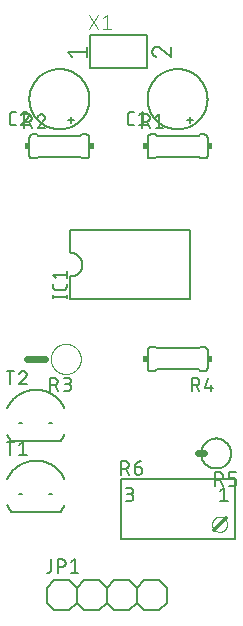
<source format=gbr>
G04 EAGLE Gerber RS-274X export*
G75*
%MOMM*%
%FSLAX34Y34*%
%LPD*%
%INSilkscreen Top*%
%IPPOS*%
%AMOC8*
5,1,8,0,0,1.08239X$1,22.5*%
G01*
%ADD10C,0.152400*%
%ADD11C,0.127000*%
%ADD12R,0.381000X0.508000*%
%ADD13C,0.609600*%
%ADD14C,0.101600*%
%ADD15C,0.304800*%
%ADD16C,0.050800*%
%ADD17C,0.203200*%


D10*
X472700Y662220D02*
X467620Y662220D01*
X470160Y664760D02*
X470160Y659680D01*
X434600Y680000D02*
X434608Y680623D01*
X434631Y681246D01*
X434669Y681869D01*
X434722Y682490D01*
X434791Y683109D01*
X434875Y683727D01*
X434974Y684342D01*
X435088Y684955D01*
X435217Y685565D01*
X435361Y686172D01*
X435520Y686775D01*
X435694Y687373D01*
X435882Y687968D01*
X436085Y688557D01*
X436302Y689141D01*
X436533Y689720D01*
X436779Y690293D01*
X437039Y690860D01*
X437312Y691420D01*
X437599Y691973D01*
X437900Y692520D01*
X438214Y693058D01*
X438541Y693589D01*
X438881Y694111D01*
X439233Y694626D01*
X439599Y695131D01*
X439976Y695627D01*
X440366Y696114D01*
X440767Y696591D01*
X441180Y697058D01*
X441604Y697514D01*
X442039Y697961D01*
X442486Y698396D01*
X442942Y698820D01*
X443409Y699233D01*
X443886Y699634D01*
X444373Y700024D01*
X444869Y700401D01*
X445374Y700767D01*
X445889Y701119D01*
X446411Y701459D01*
X446942Y701786D01*
X447480Y702100D01*
X448027Y702401D01*
X448580Y702688D01*
X449140Y702961D01*
X449707Y703221D01*
X450280Y703467D01*
X450859Y703698D01*
X451443Y703915D01*
X452032Y704118D01*
X452627Y704306D01*
X453225Y704480D01*
X453828Y704639D01*
X454435Y704783D01*
X455045Y704912D01*
X455658Y705026D01*
X456273Y705125D01*
X456891Y705209D01*
X457510Y705278D01*
X458131Y705331D01*
X458754Y705369D01*
X459377Y705392D01*
X460000Y705400D01*
X460623Y705392D01*
X461246Y705369D01*
X461869Y705331D01*
X462490Y705278D01*
X463109Y705209D01*
X463727Y705125D01*
X464342Y705026D01*
X464955Y704912D01*
X465565Y704783D01*
X466172Y704639D01*
X466775Y704480D01*
X467373Y704306D01*
X467968Y704118D01*
X468557Y703915D01*
X469141Y703698D01*
X469720Y703467D01*
X470293Y703221D01*
X470860Y702961D01*
X471420Y702688D01*
X471973Y702401D01*
X472520Y702100D01*
X473058Y701786D01*
X473589Y701459D01*
X474111Y701119D01*
X474626Y700767D01*
X475131Y700401D01*
X475627Y700024D01*
X476114Y699634D01*
X476591Y699233D01*
X477058Y698820D01*
X477514Y698396D01*
X477961Y697961D01*
X478396Y697514D01*
X478820Y697058D01*
X479233Y696591D01*
X479634Y696114D01*
X480024Y695627D01*
X480401Y695131D01*
X480767Y694626D01*
X481119Y694111D01*
X481459Y693589D01*
X481786Y693058D01*
X482100Y692520D01*
X482401Y691973D01*
X482688Y691420D01*
X482961Y690860D01*
X483221Y690293D01*
X483467Y689720D01*
X483698Y689141D01*
X483915Y688557D01*
X484118Y687968D01*
X484306Y687373D01*
X484480Y686775D01*
X484639Y686172D01*
X484783Y685565D01*
X484912Y684955D01*
X485026Y684342D01*
X485125Y683727D01*
X485209Y683109D01*
X485278Y682490D01*
X485331Y681869D01*
X485369Y681246D01*
X485392Y680623D01*
X485400Y680000D01*
X485392Y679377D01*
X485369Y678754D01*
X485331Y678131D01*
X485278Y677510D01*
X485209Y676891D01*
X485125Y676273D01*
X485026Y675658D01*
X484912Y675045D01*
X484783Y674435D01*
X484639Y673828D01*
X484480Y673225D01*
X484306Y672627D01*
X484118Y672032D01*
X483915Y671443D01*
X483698Y670859D01*
X483467Y670280D01*
X483221Y669707D01*
X482961Y669140D01*
X482688Y668580D01*
X482401Y668027D01*
X482100Y667480D01*
X481786Y666942D01*
X481459Y666411D01*
X481119Y665889D01*
X480767Y665374D01*
X480401Y664869D01*
X480024Y664373D01*
X479634Y663886D01*
X479233Y663409D01*
X478820Y662942D01*
X478396Y662486D01*
X477961Y662039D01*
X477514Y661604D01*
X477058Y661180D01*
X476591Y660767D01*
X476114Y660366D01*
X475627Y659976D01*
X475131Y659599D01*
X474626Y659233D01*
X474111Y658881D01*
X473589Y658541D01*
X473058Y658214D01*
X472520Y657900D01*
X471973Y657599D01*
X471420Y657312D01*
X470860Y657039D01*
X470293Y656779D01*
X469720Y656533D01*
X469141Y656302D01*
X468557Y656085D01*
X467968Y655882D01*
X467373Y655694D01*
X466775Y655520D01*
X466172Y655361D01*
X465565Y655217D01*
X464955Y655088D01*
X464342Y654974D01*
X463727Y654875D01*
X463109Y654791D01*
X462490Y654722D01*
X461869Y654669D01*
X461246Y654631D01*
X460623Y654608D01*
X460000Y654600D01*
X459377Y654608D01*
X458754Y654631D01*
X458131Y654669D01*
X457510Y654722D01*
X456891Y654791D01*
X456273Y654875D01*
X455658Y654974D01*
X455045Y655088D01*
X454435Y655217D01*
X453828Y655361D01*
X453225Y655520D01*
X452627Y655694D01*
X452032Y655882D01*
X451443Y656085D01*
X450859Y656302D01*
X450280Y656533D01*
X449707Y656779D01*
X449140Y657039D01*
X448580Y657312D01*
X448027Y657599D01*
X447480Y657900D01*
X446942Y658214D01*
X446411Y658541D01*
X445889Y658881D01*
X445374Y659233D01*
X444869Y659599D01*
X444373Y659976D01*
X443886Y660366D01*
X443409Y660767D01*
X442942Y661180D01*
X442486Y661604D01*
X442039Y662039D01*
X441604Y662486D01*
X441180Y662942D01*
X440767Y663409D01*
X440366Y663886D01*
X439976Y664373D01*
X439599Y664869D01*
X439233Y665374D01*
X438881Y665889D01*
X438541Y666411D01*
X438214Y666942D01*
X437900Y667480D01*
X437599Y668027D01*
X437312Y668580D01*
X437039Y669140D01*
X436779Y669707D01*
X436533Y670280D01*
X436302Y670859D01*
X436085Y671443D01*
X435882Y672032D01*
X435694Y672627D01*
X435520Y673225D01*
X435361Y673828D01*
X435217Y674435D01*
X435088Y675045D01*
X434974Y675658D01*
X434875Y676273D01*
X434791Y676891D01*
X434722Y677510D01*
X434669Y678131D01*
X434631Y678754D01*
X434608Y679377D01*
X434600Y680000D01*
D11*
X423133Y657775D02*
X420593Y657775D01*
X420493Y657777D01*
X420394Y657783D01*
X420294Y657793D01*
X420196Y657806D01*
X420097Y657824D01*
X420000Y657845D01*
X419904Y657870D01*
X419808Y657899D01*
X419714Y657932D01*
X419621Y657968D01*
X419530Y658008D01*
X419440Y658052D01*
X419352Y658099D01*
X419266Y658149D01*
X419182Y658203D01*
X419100Y658260D01*
X419021Y658320D01*
X418943Y658384D01*
X418869Y658450D01*
X418797Y658519D01*
X418728Y658591D01*
X418662Y658665D01*
X418598Y658743D01*
X418538Y658822D01*
X418481Y658904D01*
X418427Y658988D01*
X418377Y659074D01*
X418330Y659162D01*
X418286Y659252D01*
X418246Y659343D01*
X418210Y659436D01*
X418177Y659530D01*
X418148Y659626D01*
X418123Y659722D01*
X418102Y659819D01*
X418084Y659918D01*
X418071Y660016D01*
X418061Y660116D01*
X418055Y660215D01*
X418053Y660315D01*
X418053Y666665D01*
X418055Y666765D01*
X418061Y666864D01*
X418071Y666964D01*
X418084Y667062D01*
X418102Y667161D01*
X418123Y667258D01*
X418148Y667354D01*
X418177Y667450D01*
X418210Y667544D01*
X418246Y667637D01*
X418286Y667728D01*
X418330Y667818D01*
X418377Y667906D01*
X418427Y667992D01*
X418481Y668076D01*
X418538Y668158D01*
X418598Y668237D01*
X418662Y668315D01*
X418728Y668389D01*
X418797Y668461D01*
X418869Y668530D01*
X418943Y668596D01*
X419021Y668660D01*
X419100Y668720D01*
X419182Y668777D01*
X419266Y668831D01*
X419352Y668881D01*
X419440Y668928D01*
X419530Y668972D01*
X419621Y669012D01*
X419714Y669048D01*
X419808Y669081D01*
X419904Y669110D01*
X420000Y669135D01*
X420097Y669156D01*
X420196Y669174D01*
X420294Y669187D01*
X420394Y669197D01*
X420493Y669203D01*
X420593Y669205D01*
X423133Y669205D01*
X427615Y666665D02*
X430790Y669205D01*
X430790Y657775D01*
X427615Y657775D02*
X433965Y657775D01*
D10*
X372700Y662220D02*
X367620Y662220D01*
X370160Y664760D02*
X370160Y659680D01*
X334600Y680000D02*
X334608Y680623D01*
X334631Y681246D01*
X334669Y681869D01*
X334722Y682490D01*
X334791Y683109D01*
X334875Y683727D01*
X334974Y684342D01*
X335088Y684955D01*
X335217Y685565D01*
X335361Y686172D01*
X335520Y686775D01*
X335694Y687373D01*
X335882Y687968D01*
X336085Y688557D01*
X336302Y689141D01*
X336533Y689720D01*
X336779Y690293D01*
X337039Y690860D01*
X337312Y691420D01*
X337599Y691973D01*
X337900Y692520D01*
X338214Y693058D01*
X338541Y693589D01*
X338881Y694111D01*
X339233Y694626D01*
X339599Y695131D01*
X339976Y695627D01*
X340366Y696114D01*
X340767Y696591D01*
X341180Y697058D01*
X341604Y697514D01*
X342039Y697961D01*
X342486Y698396D01*
X342942Y698820D01*
X343409Y699233D01*
X343886Y699634D01*
X344373Y700024D01*
X344869Y700401D01*
X345374Y700767D01*
X345889Y701119D01*
X346411Y701459D01*
X346942Y701786D01*
X347480Y702100D01*
X348027Y702401D01*
X348580Y702688D01*
X349140Y702961D01*
X349707Y703221D01*
X350280Y703467D01*
X350859Y703698D01*
X351443Y703915D01*
X352032Y704118D01*
X352627Y704306D01*
X353225Y704480D01*
X353828Y704639D01*
X354435Y704783D01*
X355045Y704912D01*
X355658Y705026D01*
X356273Y705125D01*
X356891Y705209D01*
X357510Y705278D01*
X358131Y705331D01*
X358754Y705369D01*
X359377Y705392D01*
X360000Y705400D01*
X360623Y705392D01*
X361246Y705369D01*
X361869Y705331D01*
X362490Y705278D01*
X363109Y705209D01*
X363727Y705125D01*
X364342Y705026D01*
X364955Y704912D01*
X365565Y704783D01*
X366172Y704639D01*
X366775Y704480D01*
X367373Y704306D01*
X367968Y704118D01*
X368557Y703915D01*
X369141Y703698D01*
X369720Y703467D01*
X370293Y703221D01*
X370860Y702961D01*
X371420Y702688D01*
X371973Y702401D01*
X372520Y702100D01*
X373058Y701786D01*
X373589Y701459D01*
X374111Y701119D01*
X374626Y700767D01*
X375131Y700401D01*
X375627Y700024D01*
X376114Y699634D01*
X376591Y699233D01*
X377058Y698820D01*
X377514Y698396D01*
X377961Y697961D01*
X378396Y697514D01*
X378820Y697058D01*
X379233Y696591D01*
X379634Y696114D01*
X380024Y695627D01*
X380401Y695131D01*
X380767Y694626D01*
X381119Y694111D01*
X381459Y693589D01*
X381786Y693058D01*
X382100Y692520D01*
X382401Y691973D01*
X382688Y691420D01*
X382961Y690860D01*
X383221Y690293D01*
X383467Y689720D01*
X383698Y689141D01*
X383915Y688557D01*
X384118Y687968D01*
X384306Y687373D01*
X384480Y686775D01*
X384639Y686172D01*
X384783Y685565D01*
X384912Y684955D01*
X385026Y684342D01*
X385125Y683727D01*
X385209Y683109D01*
X385278Y682490D01*
X385331Y681869D01*
X385369Y681246D01*
X385392Y680623D01*
X385400Y680000D01*
X385392Y679377D01*
X385369Y678754D01*
X385331Y678131D01*
X385278Y677510D01*
X385209Y676891D01*
X385125Y676273D01*
X385026Y675658D01*
X384912Y675045D01*
X384783Y674435D01*
X384639Y673828D01*
X384480Y673225D01*
X384306Y672627D01*
X384118Y672032D01*
X383915Y671443D01*
X383698Y670859D01*
X383467Y670280D01*
X383221Y669707D01*
X382961Y669140D01*
X382688Y668580D01*
X382401Y668027D01*
X382100Y667480D01*
X381786Y666942D01*
X381459Y666411D01*
X381119Y665889D01*
X380767Y665374D01*
X380401Y664869D01*
X380024Y664373D01*
X379634Y663886D01*
X379233Y663409D01*
X378820Y662942D01*
X378396Y662486D01*
X377961Y662039D01*
X377514Y661604D01*
X377058Y661180D01*
X376591Y660767D01*
X376114Y660366D01*
X375627Y659976D01*
X375131Y659599D01*
X374626Y659233D01*
X374111Y658881D01*
X373589Y658541D01*
X373058Y658214D01*
X372520Y657900D01*
X371973Y657599D01*
X371420Y657312D01*
X370860Y657039D01*
X370293Y656779D01*
X369720Y656533D01*
X369141Y656302D01*
X368557Y656085D01*
X367968Y655882D01*
X367373Y655694D01*
X366775Y655520D01*
X366172Y655361D01*
X365565Y655217D01*
X364955Y655088D01*
X364342Y654974D01*
X363727Y654875D01*
X363109Y654791D01*
X362490Y654722D01*
X361869Y654669D01*
X361246Y654631D01*
X360623Y654608D01*
X360000Y654600D01*
X359377Y654608D01*
X358754Y654631D01*
X358131Y654669D01*
X357510Y654722D01*
X356891Y654791D01*
X356273Y654875D01*
X355658Y654974D01*
X355045Y655088D01*
X354435Y655217D01*
X353828Y655361D01*
X353225Y655520D01*
X352627Y655694D01*
X352032Y655882D01*
X351443Y656085D01*
X350859Y656302D01*
X350280Y656533D01*
X349707Y656779D01*
X349140Y657039D01*
X348580Y657312D01*
X348027Y657599D01*
X347480Y657900D01*
X346942Y658214D01*
X346411Y658541D01*
X345889Y658881D01*
X345374Y659233D01*
X344869Y659599D01*
X344373Y659976D01*
X343886Y660366D01*
X343409Y660767D01*
X342942Y661180D01*
X342486Y661604D01*
X342039Y662039D01*
X341604Y662486D01*
X341180Y662942D01*
X340767Y663409D01*
X340366Y663886D01*
X339976Y664373D01*
X339599Y664869D01*
X339233Y665374D01*
X338881Y665889D01*
X338541Y666411D01*
X338214Y666942D01*
X337900Y667480D01*
X337599Y668027D01*
X337312Y668580D01*
X337039Y669140D01*
X336779Y669707D01*
X336533Y670280D01*
X336302Y670859D01*
X336085Y671443D01*
X335882Y672032D01*
X335694Y672627D01*
X335520Y673225D01*
X335361Y673828D01*
X335217Y674435D01*
X335088Y675045D01*
X334974Y675658D01*
X334875Y676273D01*
X334791Y676891D01*
X334722Y677510D01*
X334669Y678131D01*
X334631Y678754D01*
X334608Y679377D01*
X334600Y680000D01*
D11*
X323133Y657775D02*
X320593Y657775D01*
X320493Y657777D01*
X320394Y657783D01*
X320294Y657793D01*
X320196Y657806D01*
X320097Y657824D01*
X320000Y657845D01*
X319904Y657870D01*
X319808Y657899D01*
X319714Y657932D01*
X319621Y657968D01*
X319530Y658008D01*
X319440Y658052D01*
X319352Y658099D01*
X319266Y658149D01*
X319182Y658203D01*
X319100Y658260D01*
X319021Y658320D01*
X318943Y658384D01*
X318869Y658450D01*
X318797Y658519D01*
X318728Y658591D01*
X318662Y658665D01*
X318598Y658743D01*
X318538Y658822D01*
X318481Y658904D01*
X318427Y658988D01*
X318377Y659074D01*
X318330Y659162D01*
X318286Y659252D01*
X318246Y659343D01*
X318210Y659436D01*
X318177Y659530D01*
X318148Y659626D01*
X318123Y659722D01*
X318102Y659819D01*
X318084Y659918D01*
X318071Y660016D01*
X318061Y660116D01*
X318055Y660215D01*
X318053Y660315D01*
X318053Y666665D01*
X318055Y666765D01*
X318061Y666864D01*
X318071Y666964D01*
X318084Y667062D01*
X318102Y667161D01*
X318123Y667258D01*
X318148Y667354D01*
X318177Y667450D01*
X318210Y667544D01*
X318246Y667637D01*
X318286Y667728D01*
X318330Y667818D01*
X318377Y667906D01*
X318427Y667992D01*
X318481Y668076D01*
X318538Y668158D01*
X318598Y668237D01*
X318662Y668315D01*
X318728Y668389D01*
X318797Y668461D01*
X318869Y668530D01*
X318943Y668596D01*
X319021Y668660D01*
X319100Y668720D01*
X319182Y668777D01*
X319266Y668831D01*
X319352Y668881D01*
X319440Y668928D01*
X319530Y668972D01*
X319621Y669012D01*
X319714Y669048D01*
X319808Y669081D01*
X319904Y669110D01*
X320000Y669135D01*
X320097Y669156D01*
X320196Y669174D01*
X320294Y669187D01*
X320394Y669197D01*
X320493Y669203D01*
X320593Y669205D01*
X323133Y669205D01*
X331108Y669206D02*
X331212Y669204D01*
X331317Y669198D01*
X331421Y669189D01*
X331524Y669176D01*
X331627Y669158D01*
X331729Y669138D01*
X331831Y669113D01*
X331931Y669085D01*
X332031Y669053D01*
X332129Y669017D01*
X332226Y668978D01*
X332321Y668936D01*
X332415Y668890D01*
X332507Y668840D01*
X332597Y668788D01*
X332685Y668732D01*
X332771Y668672D01*
X332855Y668610D01*
X332936Y668545D01*
X333015Y668477D01*
X333092Y668405D01*
X333165Y668332D01*
X333237Y668255D01*
X333305Y668176D01*
X333370Y668095D01*
X333432Y668011D01*
X333492Y667925D01*
X333548Y667837D01*
X333600Y667747D01*
X333650Y667655D01*
X333696Y667561D01*
X333738Y667466D01*
X333777Y667369D01*
X333813Y667271D01*
X333845Y667171D01*
X333873Y667071D01*
X333898Y666969D01*
X333918Y666867D01*
X333936Y666764D01*
X333949Y666661D01*
X333958Y666557D01*
X333964Y666452D01*
X333966Y666348D01*
X331108Y669205D02*
X330990Y669203D01*
X330871Y669197D01*
X330753Y669188D01*
X330636Y669175D01*
X330519Y669157D01*
X330402Y669137D01*
X330286Y669112D01*
X330171Y669084D01*
X330058Y669051D01*
X329945Y669016D01*
X329833Y668976D01*
X329723Y668934D01*
X329614Y668887D01*
X329506Y668837D01*
X329401Y668784D01*
X329297Y668727D01*
X329195Y668667D01*
X329095Y668604D01*
X328997Y668537D01*
X328901Y668468D01*
X328808Y668395D01*
X328717Y668319D01*
X328628Y668241D01*
X328542Y668159D01*
X328459Y668075D01*
X328378Y667989D01*
X328301Y667899D01*
X328226Y667808D01*
X328154Y667714D01*
X328085Y667617D01*
X328020Y667519D01*
X327957Y667418D01*
X327898Y667315D01*
X327842Y667211D01*
X327790Y667105D01*
X327741Y666997D01*
X327696Y666888D01*
X327654Y666777D01*
X327616Y666665D01*
X333013Y664126D02*
X333089Y664201D01*
X333164Y664280D01*
X333235Y664361D01*
X333304Y664445D01*
X333369Y664531D01*
X333431Y664619D01*
X333491Y664709D01*
X333547Y664801D01*
X333600Y664896D01*
X333649Y664992D01*
X333695Y665090D01*
X333738Y665189D01*
X333777Y665290D01*
X333812Y665392D01*
X333844Y665495D01*
X333872Y665599D01*
X333897Y665704D01*
X333918Y665811D01*
X333935Y665917D01*
X333948Y666024D01*
X333957Y666132D01*
X333963Y666240D01*
X333965Y666348D01*
X333013Y664125D02*
X327615Y657775D01*
X333965Y657775D01*
D10*
X369200Y569210D02*
X470800Y569210D01*
X470800Y510790D02*
X369200Y510790D01*
X470800Y510790D02*
X470800Y569210D01*
X369200Y569210D02*
X369200Y550160D01*
X369200Y529840D02*
X369200Y510790D01*
X369200Y529840D02*
X369447Y529843D01*
X369695Y529852D01*
X369942Y529867D01*
X370188Y529888D01*
X370434Y529915D01*
X370679Y529948D01*
X370924Y529987D01*
X371167Y530032D01*
X371409Y530083D01*
X371650Y530140D01*
X371889Y530202D01*
X372127Y530271D01*
X372363Y530345D01*
X372597Y530425D01*
X372829Y530510D01*
X373059Y530602D01*
X373287Y530698D01*
X373512Y530801D01*
X373735Y530908D01*
X373955Y531022D01*
X374172Y531140D01*
X374387Y531264D01*
X374598Y531393D01*
X374806Y531527D01*
X375011Y531666D01*
X375212Y531810D01*
X375410Y531958D01*
X375604Y532112D01*
X375794Y532270D01*
X375980Y532433D01*
X376162Y532600D01*
X376340Y532772D01*
X376514Y532948D01*
X376684Y533128D01*
X376849Y533313D01*
X377009Y533501D01*
X377165Y533693D01*
X377317Y533889D01*
X377463Y534088D01*
X377605Y534291D01*
X377741Y534498D01*
X377873Y534707D01*
X377999Y534920D01*
X378120Y535136D01*
X378236Y535354D01*
X378346Y535576D01*
X378451Y535800D01*
X378551Y536026D01*
X378645Y536255D01*
X378733Y536486D01*
X378816Y536720D01*
X378893Y536955D01*
X378964Y537192D01*
X379030Y537430D01*
X379089Y537670D01*
X379143Y537912D01*
X379191Y538155D01*
X379233Y538398D01*
X379269Y538643D01*
X379299Y538889D01*
X379323Y539135D01*
X379341Y539382D01*
X379353Y539629D01*
X379359Y539876D01*
X379359Y540124D01*
X379353Y540371D01*
X379341Y540618D01*
X379323Y540865D01*
X379299Y541111D01*
X379269Y541357D01*
X379233Y541602D01*
X379191Y541845D01*
X379143Y542088D01*
X379089Y542330D01*
X379030Y542570D01*
X378964Y542808D01*
X378893Y543045D01*
X378816Y543280D01*
X378733Y543514D01*
X378645Y543745D01*
X378551Y543974D01*
X378451Y544200D01*
X378346Y544424D01*
X378236Y544646D01*
X378120Y544864D01*
X377999Y545080D01*
X377873Y545293D01*
X377741Y545502D01*
X377605Y545709D01*
X377463Y545912D01*
X377317Y546111D01*
X377165Y546307D01*
X377009Y546499D01*
X376849Y546687D01*
X376684Y546872D01*
X376514Y547052D01*
X376340Y547228D01*
X376162Y547400D01*
X375980Y547567D01*
X375794Y547730D01*
X375604Y547888D01*
X375410Y548042D01*
X375212Y548190D01*
X375011Y548334D01*
X374806Y548473D01*
X374598Y548607D01*
X374387Y548736D01*
X374172Y548860D01*
X373955Y548978D01*
X373735Y549092D01*
X373512Y549199D01*
X373287Y549302D01*
X373059Y549398D01*
X372829Y549490D01*
X372597Y549575D01*
X372363Y549655D01*
X372127Y549729D01*
X371889Y549798D01*
X371650Y549860D01*
X371409Y549917D01*
X371167Y549968D01*
X370924Y550013D01*
X370679Y550052D01*
X370434Y550085D01*
X370188Y550112D01*
X369942Y550133D01*
X369695Y550148D01*
X369447Y550157D01*
X369200Y550160D01*
D11*
X366025Y512695D02*
X354595Y512695D01*
X366025Y511425D02*
X366025Y513965D01*
X354595Y513965D02*
X354595Y511425D01*
X366025Y521167D02*
X366025Y523707D01*
X366025Y521167D02*
X366023Y521067D01*
X366017Y520968D01*
X366007Y520868D01*
X365994Y520770D01*
X365976Y520671D01*
X365955Y520574D01*
X365930Y520478D01*
X365901Y520382D01*
X365868Y520288D01*
X365832Y520195D01*
X365792Y520104D01*
X365748Y520014D01*
X365701Y519926D01*
X365651Y519840D01*
X365597Y519756D01*
X365540Y519674D01*
X365480Y519595D01*
X365416Y519517D01*
X365350Y519443D01*
X365281Y519371D01*
X365209Y519302D01*
X365135Y519236D01*
X365057Y519172D01*
X364978Y519112D01*
X364896Y519055D01*
X364812Y519001D01*
X364726Y518951D01*
X364638Y518904D01*
X364548Y518860D01*
X364457Y518820D01*
X364364Y518784D01*
X364270Y518751D01*
X364174Y518722D01*
X364078Y518697D01*
X363981Y518676D01*
X363882Y518658D01*
X363784Y518645D01*
X363684Y518635D01*
X363585Y518629D01*
X363485Y518627D01*
X357135Y518627D01*
X357035Y518629D01*
X356936Y518635D01*
X356836Y518645D01*
X356738Y518658D01*
X356639Y518676D01*
X356542Y518697D01*
X356446Y518722D01*
X356350Y518751D01*
X356256Y518784D01*
X356163Y518820D01*
X356072Y518860D01*
X355982Y518904D01*
X355894Y518951D01*
X355808Y519001D01*
X355724Y519055D01*
X355642Y519112D01*
X355563Y519172D01*
X355485Y519236D01*
X355411Y519302D01*
X355339Y519371D01*
X355270Y519443D01*
X355204Y519517D01*
X355140Y519595D01*
X355080Y519674D01*
X355023Y519756D01*
X354969Y519840D01*
X354919Y519926D01*
X354872Y520014D01*
X354828Y520104D01*
X354788Y520195D01*
X354752Y520288D01*
X354719Y520382D01*
X354690Y520478D01*
X354665Y520574D01*
X354644Y520671D01*
X354626Y520770D01*
X354613Y520868D01*
X354603Y520968D01*
X354597Y521067D01*
X354595Y521167D01*
X354595Y523707D01*
X357135Y528189D02*
X354595Y531364D01*
X366025Y531364D01*
X366025Y528189D02*
X366025Y534539D01*
D10*
X406350Y272700D02*
X400000Y266350D01*
X406350Y272700D02*
X419050Y272700D01*
X425400Y266350D01*
X425400Y253650D01*
X419050Y247300D01*
X406350Y247300D01*
X400000Y253650D01*
X368250Y272700D02*
X355550Y272700D01*
X368250Y272700D02*
X374600Y266350D01*
X374600Y253650D01*
X368250Y247300D01*
X374600Y266350D02*
X380950Y272700D01*
X393650Y272700D01*
X400000Y266350D01*
X400000Y253650D01*
X393650Y247300D01*
X380950Y247300D01*
X374600Y253650D01*
X349200Y253650D02*
X349200Y266350D01*
X355550Y272700D01*
X349200Y253650D02*
X355550Y247300D01*
X368250Y247300D01*
X431750Y272700D02*
X444450Y272700D01*
X450800Y266350D01*
X450800Y253650D01*
X444450Y247300D01*
X425400Y266350D02*
X431750Y272700D01*
X425400Y253650D02*
X431750Y247300D01*
X444450Y247300D01*
D11*
X352883Y281463D02*
X352883Y290353D01*
X352883Y281463D02*
X352881Y281363D01*
X352875Y281264D01*
X352865Y281164D01*
X352852Y281066D01*
X352834Y280967D01*
X352813Y280870D01*
X352788Y280774D01*
X352759Y280678D01*
X352726Y280584D01*
X352690Y280491D01*
X352650Y280400D01*
X352606Y280310D01*
X352559Y280222D01*
X352509Y280136D01*
X352455Y280052D01*
X352398Y279970D01*
X352338Y279891D01*
X352274Y279813D01*
X352208Y279739D01*
X352139Y279667D01*
X352067Y279598D01*
X351993Y279532D01*
X351915Y279468D01*
X351836Y279408D01*
X351754Y279351D01*
X351670Y279297D01*
X351584Y279247D01*
X351496Y279200D01*
X351406Y279156D01*
X351315Y279116D01*
X351222Y279080D01*
X351128Y279047D01*
X351032Y279018D01*
X350936Y278993D01*
X350839Y278972D01*
X350740Y278954D01*
X350642Y278941D01*
X350542Y278931D01*
X350443Y278925D01*
X350343Y278923D01*
X349073Y278923D01*
X358863Y278923D02*
X358863Y290353D01*
X362038Y290353D01*
X362149Y290351D01*
X362259Y290345D01*
X362370Y290336D01*
X362480Y290322D01*
X362589Y290305D01*
X362698Y290284D01*
X362806Y290259D01*
X362913Y290230D01*
X363019Y290198D01*
X363124Y290162D01*
X363227Y290122D01*
X363329Y290079D01*
X363430Y290032D01*
X363529Y289981D01*
X363626Y289928D01*
X363720Y289871D01*
X363813Y289810D01*
X363904Y289747D01*
X363993Y289680D01*
X364079Y289610D01*
X364162Y289537D01*
X364244Y289462D01*
X364322Y289384D01*
X364397Y289302D01*
X364470Y289219D01*
X364540Y289133D01*
X364607Y289044D01*
X364670Y288953D01*
X364731Y288860D01*
X364788Y288765D01*
X364841Y288669D01*
X364892Y288570D01*
X364939Y288469D01*
X364982Y288367D01*
X365022Y288264D01*
X365058Y288159D01*
X365090Y288053D01*
X365119Y287946D01*
X365144Y287838D01*
X365165Y287729D01*
X365182Y287620D01*
X365196Y287510D01*
X365205Y287399D01*
X365211Y287289D01*
X365213Y287178D01*
X365211Y287067D01*
X365205Y286957D01*
X365196Y286846D01*
X365182Y286736D01*
X365165Y286627D01*
X365144Y286518D01*
X365119Y286410D01*
X365090Y286303D01*
X365058Y286197D01*
X365022Y286092D01*
X364982Y285989D01*
X364939Y285887D01*
X364892Y285786D01*
X364841Y285687D01*
X364788Y285590D01*
X364731Y285496D01*
X364670Y285403D01*
X364607Y285312D01*
X364540Y285223D01*
X364470Y285137D01*
X364397Y285054D01*
X364322Y284972D01*
X364244Y284894D01*
X364162Y284819D01*
X364079Y284746D01*
X363993Y284676D01*
X363904Y284609D01*
X363813Y284546D01*
X363720Y284485D01*
X363626Y284428D01*
X363529Y284375D01*
X363430Y284324D01*
X363329Y284277D01*
X363227Y284234D01*
X363124Y284194D01*
X363019Y284158D01*
X362913Y284126D01*
X362806Y284097D01*
X362698Y284072D01*
X362589Y284051D01*
X362480Y284034D01*
X362370Y284020D01*
X362259Y284011D01*
X362149Y284005D01*
X362038Y284003D01*
X358863Y284003D01*
X369722Y287813D02*
X372897Y290353D01*
X372897Y278923D01*
X369722Y278923D02*
X376072Y278923D01*
D10*
X434600Y647620D02*
X434602Y647720D01*
X434608Y647819D01*
X434618Y647919D01*
X434631Y648017D01*
X434649Y648116D01*
X434670Y648213D01*
X434695Y648309D01*
X434724Y648405D01*
X434757Y648499D01*
X434793Y648592D01*
X434833Y648683D01*
X434877Y648773D01*
X434924Y648861D01*
X434974Y648947D01*
X435028Y649031D01*
X435085Y649113D01*
X435145Y649192D01*
X435209Y649270D01*
X435275Y649344D01*
X435344Y649416D01*
X435416Y649485D01*
X435490Y649551D01*
X435568Y649615D01*
X435647Y649675D01*
X435729Y649732D01*
X435813Y649786D01*
X435899Y649836D01*
X435987Y649883D01*
X436077Y649927D01*
X436168Y649967D01*
X436261Y650003D01*
X436355Y650036D01*
X436451Y650065D01*
X436547Y650090D01*
X436644Y650111D01*
X436743Y650129D01*
X436841Y650142D01*
X436941Y650152D01*
X437040Y650158D01*
X437140Y650160D01*
X434600Y632380D02*
X434602Y632280D01*
X434608Y632181D01*
X434618Y632081D01*
X434631Y631983D01*
X434649Y631884D01*
X434670Y631787D01*
X434695Y631691D01*
X434724Y631595D01*
X434757Y631501D01*
X434793Y631408D01*
X434833Y631317D01*
X434877Y631227D01*
X434924Y631139D01*
X434974Y631053D01*
X435028Y630969D01*
X435085Y630887D01*
X435145Y630808D01*
X435209Y630730D01*
X435275Y630656D01*
X435344Y630584D01*
X435416Y630515D01*
X435490Y630449D01*
X435568Y630385D01*
X435647Y630325D01*
X435729Y630268D01*
X435813Y630214D01*
X435899Y630164D01*
X435987Y630117D01*
X436077Y630073D01*
X436168Y630033D01*
X436261Y629997D01*
X436355Y629964D01*
X436451Y629935D01*
X436547Y629910D01*
X436644Y629889D01*
X436743Y629871D01*
X436841Y629858D01*
X436941Y629848D01*
X437040Y629842D01*
X437140Y629840D01*
X482860Y629840D02*
X482960Y629842D01*
X483059Y629848D01*
X483159Y629858D01*
X483257Y629871D01*
X483356Y629889D01*
X483453Y629910D01*
X483549Y629935D01*
X483645Y629964D01*
X483739Y629997D01*
X483832Y630033D01*
X483923Y630073D01*
X484013Y630117D01*
X484101Y630164D01*
X484187Y630214D01*
X484271Y630268D01*
X484353Y630325D01*
X484432Y630385D01*
X484510Y630449D01*
X484584Y630515D01*
X484656Y630584D01*
X484725Y630656D01*
X484791Y630730D01*
X484855Y630808D01*
X484915Y630887D01*
X484972Y630969D01*
X485026Y631053D01*
X485076Y631139D01*
X485123Y631227D01*
X485167Y631317D01*
X485207Y631408D01*
X485243Y631501D01*
X485276Y631595D01*
X485305Y631691D01*
X485330Y631787D01*
X485351Y631884D01*
X485369Y631983D01*
X485382Y632081D01*
X485392Y632181D01*
X485398Y632280D01*
X485400Y632380D01*
X485400Y647620D02*
X485398Y647720D01*
X485392Y647819D01*
X485382Y647919D01*
X485369Y648017D01*
X485351Y648116D01*
X485330Y648213D01*
X485305Y648309D01*
X485276Y648405D01*
X485243Y648499D01*
X485207Y648592D01*
X485167Y648683D01*
X485123Y648773D01*
X485076Y648861D01*
X485026Y648947D01*
X484972Y649031D01*
X484915Y649113D01*
X484855Y649192D01*
X484791Y649270D01*
X484725Y649344D01*
X484656Y649416D01*
X484584Y649485D01*
X484510Y649551D01*
X484432Y649615D01*
X484353Y649675D01*
X484271Y649732D01*
X484187Y649786D01*
X484101Y649836D01*
X484013Y649883D01*
X483923Y649927D01*
X483832Y649967D01*
X483739Y650003D01*
X483645Y650036D01*
X483549Y650065D01*
X483453Y650090D01*
X483356Y650111D01*
X483257Y650129D01*
X483159Y650142D01*
X483059Y650152D01*
X482960Y650158D01*
X482860Y650160D01*
X434600Y647620D02*
X434600Y632380D01*
X437140Y650160D02*
X440950Y650160D01*
X442220Y648890D01*
X440950Y629840D02*
X437140Y629840D01*
X440950Y629840D02*
X442220Y631110D01*
X477780Y648890D02*
X479050Y650160D01*
X477780Y648890D02*
X442220Y648890D01*
X477780Y631110D02*
X479050Y629840D01*
X477780Y631110D02*
X442220Y631110D01*
X479050Y650160D02*
X482860Y650160D01*
X482860Y629840D02*
X479050Y629840D01*
X485400Y632380D02*
X485400Y647620D01*
D12*
X487305Y640000D03*
X432695Y640000D03*
D11*
X430155Y655875D02*
X430155Y667305D01*
X433330Y667305D01*
X433441Y667303D01*
X433551Y667297D01*
X433662Y667288D01*
X433772Y667274D01*
X433881Y667257D01*
X433990Y667236D01*
X434098Y667211D01*
X434205Y667182D01*
X434311Y667150D01*
X434416Y667114D01*
X434519Y667074D01*
X434621Y667031D01*
X434722Y666984D01*
X434821Y666933D01*
X434918Y666880D01*
X435012Y666823D01*
X435105Y666762D01*
X435196Y666699D01*
X435285Y666632D01*
X435371Y666562D01*
X435454Y666489D01*
X435536Y666414D01*
X435614Y666336D01*
X435689Y666254D01*
X435762Y666171D01*
X435832Y666085D01*
X435899Y665996D01*
X435962Y665905D01*
X436023Y665812D01*
X436080Y665717D01*
X436133Y665621D01*
X436184Y665522D01*
X436231Y665421D01*
X436274Y665319D01*
X436314Y665216D01*
X436350Y665111D01*
X436382Y665005D01*
X436411Y664898D01*
X436436Y664790D01*
X436457Y664681D01*
X436474Y664572D01*
X436488Y664462D01*
X436497Y664351D01*
X436503Y664241D01*
X436505Y664130D01*
X436503Y664019D01*
X436497Y663909D01*
X436488Y663798D01*
X436474Y663688D01*
X436457Y663579D01*
X436436Y663470D01*
X436411Y663362D01*
X436382Y663255D01*
X436350Y663149D01*
X436314Y663044D01*
X436274Y662941D01*
X436231Y662839D01*
X436184Y662738D01*
X436133Y662639D01*
X436080Y662543D01*
X436023Y662448D01*
X435962Y662355D01*
X435899Y662264D01*
X435832Y662175D01*
X435762Y662089D01*
X435689Y662006D01*
X435614Y661924D01*
X435536Y661846D01*
X435454Y661771D01*
X435371Y661698D01*
X435285Y661628D01*
X435196Y661561D01*
X435105Y661498D01*
X435012Y661437D01*
X434918Y661380D01*
X434821Y661327D01*
X434722Y661276D01*
X434621Y661229D01*
X434519Y661186D01*
X434416Y661146D01*
X434311Y661110D01*
X434205Y661078D01*
X434098Y661049D01*
X433990Y661024D01*
X433881Y661003D01*
X433772Y660986D01*
X433662Y660972D01*
X433551Y660963D01*
X433441Y660957D01*
X433330Y660955D01*
X430155Y660955D01*
X433965Y660955D02*
X436505Y655875D01*
X441502Y664765D02*
X444677Y667305D01*
X444677Y655875D01*
X441502Y655875D02*
X447852Y655875D01*
D10*
X337140Y650160D02*
X337040Y650158D01*
X336941Y650152D01*
X336841Y650142D01*
X336743Y650129D01*
X336644Y650111D01*
X336547Y650090D01*
X336451Y650065D01*
X336355Y650036D01*
X336261Y650003D01*
X336168Y649967D01*
X336077Y649927D01*
X335987Y649883D01*
X335899Y649836D01*
X335813Y649786D01*
X335729Y649732D01*
X335647Y649675D01*
X335568Y649615D01*
X335490Y649551D01*
X335416Y649485D01*
X335344Y649416D01*
X335275Y649344D01*
X335209Y649270D01*
X335145Y649192D01*
X335085Y649113D01*
X335028Y649031D01*
X334974Y648947D01*
X334924Y648861D01*
X334877Y648773D01*
X334833Y648683D01*
X334793Y648592D01*
X334757Y648499D01*
X334724Y648405D01*
X334695Y648309D01*
X334670Y648213D01*
X334649Y648116D01*
X334631Y648017D01*
X334618Y647919D01*
X334608Y647819D01*
X334602Y647720D01*
X334600Y647620D01*
X334600Y632380D02*
X334602Y632280D01*
X334608Y632181D01*
X334618Y632081D01*
X334631Y631983D01*
X334649Y631884D01*
X334670Y631787D01*
X334695Y631691D01*
X334724Y631595D01*
X334757Y631501D01*
X334793Y631408D01*
X334833Y631317D01*
X334877Y631227D01*
X334924Y631139D01*
X334974Y631053D01*
X335028Y630969D01*
X335085Y630887D01*
X335145Y630808D01*
X335209Y630730D01*
X335275Y630656D01*
X335344Y630584D01*
X335416Y630515D01*
X335490Y630449D01*
X335568Y630385D01*
X335647Y630325D01*
X335729Y630268D01*
X335813Y630214D01*
X335899Y630164D01*
X335987Y630117D01*
X336077Y630073D01*
X336168Y630033D01*
X336261Y629997D01*
X336355Y629964D01*
X336451Y629935D01*
X336547Y629910D01*
X336644Y629889D01*
X336743Y629871D01*
X336841Y629858D01*
X336941Y629848D01*
X337040Y629842D01*
X337140Y629840D01*
X382860Y629840D02*
X382960Y629842D01*
X383059Y629848D01*
X383159Y629858D01*
X383257Y629871D01*
X383356Y629889D01*
X383453Y629910D01*
X383549Y629935D01*
X383645Y629964D01*
X383739Y629997D01*
X383832Y630033D01*
X383923Y630073D01*
X384013Y630117D01*
X384101Y630164D01*
X384187Y630214D01*
X384271Y630268D01*
X384353Y630325D01*
X384432Y630385D01*
X384510Y630449D01*
X384584Y630515D01*
X384656Y630584D01*
X384725Y630656D01*
X384791Y630730D01*
X384855Y630808D01*
X384915Y630887D01*
X384972Y630969D01*
X385026Y631053D01*
X385076Y631139D01*
X385123Y631227D01*
X385167Y631317D01*
X385207Y631408D01*
X385243Y631501D01*
X385276Y631595D01*
X385305Y631691D01*
X385330Y631787D01*
X385351Y631884D01*
X385369Y631983D01*
X385382Y632081D01*
X385392Y632181D01*
X385398Y632280D01*
X385400Y632380D01*
X385400Y647620D02*
X385398Y647720D01*
X385392Y647819D01*
X385382Y647919D01*
X385369Y648017D01*
X385351Y648116D01*
X385330Y648213D01*
X385305Y648309D01*
X385276Y648405D01*
X385243Y648499D01*
X385207Y648592D01*
X385167Y648683D01*
X385123Y648773D01*
X385076Y648861D01*
X385026Y648947D01*
X384972Y649031D01*
X384915Y649113D01*
X384855Y649192D01*
X384791Y649270D01*
X384725Y649344D01*
X384656Y649416D01*
X384584Y649485D01*
X384510Y649551D01*
X384432Y649615D01*
X384353Y649675D01*
X384271Y649732D01*
X384187Y649786D01*
X384101Y649836D01*
X384013Y649883D01*
X383923Y649927D01*
X383832Y649967D01*
X383739Y650003D01*
X383645Y650036D01*
X383549Y650065D01*
X383453Y650090D01*
X383356Y650111D01*
X383257Y650129D01*
X383159Y650142D01*
X383059Y650152D01*
X382960Y650158D01*
X382860Y650160D01*
X334600Y647620D02*
X334600Y632380D01*
X337140Y650160D02*
X340950Y650160D01*
X342220Y648890D01*
X340950Y629840D02*
X337140Y629840D01*
X340950Y629840D02*
X342220Y631110D01*
X377780Y648890D02*
X379050Y650160D01*
X377780Y648890D02*
X342220Y648890D01*
X377780Y631110D02*
X379050Y629840D01*
X377780Y631110D02*
X342220Y631110D01*
X379050Y650160D02*
X382860Y650160D01*
X382860Y629840D02*
X379050Y629840D01*
X385400Y632380D02*
X385400Y647620D01*
D12*
X387305Y640000D03*
X332695Y640000D03*
D11*
X330155Y655875D02*
X330155Y667305D01*
X333330Y667305D01*
X333441Y667303D01*
X333551Y667297D01*
X333662Y667288D01*
X333772Y667274D01*
X333881Y667257D01*
X333990Y667236D01*
X334098Y667211D01*
X334205Y667182D01*
X334311Y667150D01*
X334416Y667114D01*
X334519Y667074D01*
X334621Y667031D01*
X334722Y666984D01*
X334821Y666933D01*
X334918Y666880D01*
X335012Y666823D01*
X335105Y666762D01*
X335196Y666699D01*
X335285Y666632D01*
X335371Y666562D01*
X335454Y666489D01*
X335536Y666414D01*
X335614Y666336D01*
X335689Y666254D01*
X335762Y666171D01*
X335832Y666085D01*
X335899Y665996D01*
X335962Y665905D01*
X336023Y665812D01*
X336080Y665717D01*
X336133Y665621D01*
X336184Y665522D01*
X336231Y665421D01*
X336274Y665319D01*
X336314Y665216D01*
X336350Y665111D01*
X336382Y665005D01*
X336411Y664898D01*
X336436Y664790D01*
X336457Y664681D01*
X336474Y664572D01*
X336488Y664462D01*
X336497Y664351D01*
X336503Y664241D01*
X336505Y664130D01*
X336503Y664019D01*
X336497Y663909D01*
X336488Y663798D01*
X336474Y663688D01*
X336457Y663579D01*
X336436Y663470D01*
X336411Y663362D01*
X336382Y663255D01*
X336350Y663149D01*
X336314Y663044D01*
X336274Y662941D01*
X336231Y662839D01*
X336184Y662738D01*
X336133Y662639D01*
X336080Y662543D01*
X336023Y662448D01*
X335962Y662355D01*
X335899Y662264D01*
X335832Y662175D01*
X335762Y662089D01*
X335689Y662006D01*
X335614Y661924D01*
X335536Y661846D01*
X335454Y661771D01*
X335371Y661698D01*
X335285Y661628D01*
X335196Y661561D01*
X335105Y661498D01*
X335012Y661437D01*
X334918Y661380D01*
X334821Y661327D01*
X334722Y661276D01*
X334621Y661229D01*
X334519Y661186D01*
X334416Y661146D01*
X334311Y661110D01*
X334205Y661078D01*
X334098Y661049D01*
X333990Y661024D01*
X333881Y661003D01*
X333772Y660986D01*
X333662Y660972D01*
X333551Y660963D01*
X333441Y660957D01*
X333330Y660955D01*
X330155Y660955D01*
X333965Y660955D02*
X336505Y655875D01*
X347853Y664448D02*
X347851Y664552D01*
X347845Y664657D01*
X347836Y664761D01*
X347823Y664864D01*
X347805Y664967D01*
X347785Y665069D01*
X347760Y665171D01*
X347732Y665271D01*
X347700Y665371D01*
X347664Y665469D01*
X347625Y665566D01*
X347583Y665661D01*
X347537Y665755D01*
X347487Y665847D01*
X347435Y665937D01*
X347379Y666025D01*
X347319Y666111D01*
X347257Y666195D01*
X347192Y666276D01*
X347124Y666355D01*
X347052Y666432D01*
X346979Y666505D01*
X346902Y666577D01*
X346823Y666645D01*
X346742Y666710D01*
X346658Y666772D01*
X346572Y666832D01*
X346484Y666888D01*
X346394Y666940D01*
X346302Y666990D01*
X346208Y667036D01*
X346113Y667078D01*
X346016Y667117D01*
X345918Y667153D01*
X345818Y667185D01*
X345718Y667213D01*
X345616Y667238D01*
X345514Y667258D01*
X345411Y667276D01*
X345308Y667289D01*
X345204Y667298D01*
X345099Y667304D01*
X344995Y667306D01*
X344995Y667305D02*
X344877Y667303D01*
X344758Y667297D01*
X344640Y667288D01*
X344523Y667275D01*
X344406Y667257D01*
X344289Y667237D01*
X344173Y667212D01*
X344058Y667184D01*
X343945Y667151D01*
X343832Y667116D01*
X343720Y667076D01*
X343610Y667034D01*
X343501Y666987D01*
X343393Y666937D01*
X343288Y666884D01*
X343184Y666827D01*
X343082Y666767D01*
X342982Y666704D01*
X342884Y666637D01*
X342788Y666568D01*
X342695Y666495D01*
X342604Y666419D01*
X342515Y666341D01*
X342429Y666259D01*
X342346Y666175D01*
X342265Y666089D01*
X342188Y665999D01*
X342113Y665908D01*
X342041Y665814D01*
X341972Y665717D01*
X341907Y665619D01*
X341844Y665518D01*
X341785Y665415D01*
X341729Y665311D01*
X341677Y665205D01*
X341628Y665097D01*
X341583Y664988D01*
X341541Y664877D01*
X341503Y664765D01*
X346900Y662226D02*
X346976Y662301D01*
X347051Y662380D01*
X347122Y662461D01*
X347191Y662545D01*
X347256Y662631D01*
X347318Y662719D01*
X347378Y662809D01*
X347434Y662901D01*
X347487Y662996D01*
X347536Y663092D01*
X347582Y663190D01*
X347625Y663289D01*
X347664Y663390D01*
X347699Y663492D01*
X347731Y663595D01*
X347759Y663699D01*
X347784Y663804D01*
X347805Y663911D01*
X347822Y664017D01*
X347835Y664124D01*
X347844Y664232D01*
X347850Y664340D01*
X347852Y664448D01*
X346900Y662225D02*
X341502Y655875D01*
X347852Y655875D01*
D13*
X347620Y460000D02*
X332380Y460000D01*
D14*
X352700Y460000D02*
X352704Y460312D01*
X352715Y460623D01*
X352734Y460934D01*
X352761Y461245D01*
X352796Y461555D01*
X352837Y461863D01*
X352887Y462171D01*
X352944Y462478D01*
X353009Y462783D01*
X353081Y463086D01*
X353160Y463387D01*
X353247Y463687D01*
X353341Y463984D01*
X353442Y464279D01*
X353551Y464571D01*
X353667Y464860D01*
X353790Y465147D01*
X353919Y465430D01*
X354056Y465710D01*
X354200Y465987D01*
X354350Y466260D01*
X354507Y466529D01*
X354670Y466794D01*
X354840Y467056D01*
X355017Y467313D01*
X355199Y467565D01*
X355388Y467813D01*
X355583Y468057D01*
X355783Y468295D01*
X355990Y468529D01*
X356202Y468757D01*
X356420Y468980D01*
X356643Y469198D01*
X356871Y469410D01*
X357105Y469617D01*
X357343Y469817D01*
X357587Y470012D01*
X357835Y470201D01*
X358087Y470383D01*
X358344Y470560D01*
X358606Y470730D01*
X358871Y470893D01*
X359140Y471050D01*
X359413Y471200D01*
X359690Y471344D01*
X359970Y471481D01*
X360253Y471610D01*
X360540Y471733D01*
X360829Y471849D01*
X361121Y471958D01*
X361416Y472059D01*
X361713Y472153D01*
X362013Y472240D01*
X362314Y472319D01*
X362617Y472391D01*
X362922Y472456D01*
X363229Y472513D01*
X363537Y472563D01*
X363845Y472604D01*
X364155Y472639D01*
X364466Y472666D01*
X364777Y472685D01*
X365088Y472696D01*
X365400Y472700D01*
X365712Y472696D01*
X366023Y472685D01*
X366334Y472666D01*
X366645Y472639D01*
X366955Y472604D01*
X367263Y472563D01*
X367571Y472513D01*
X367878Y472456D01*
X368183Y472391D01*
X368486Y472319D01*
X368787Y472240D01*
X369087Y472153D01*
X369384Y472059D01*
X369679Y471958D01*
X369971Y471849D01*
X370260Y471733D01*
X370547Y471610D01*
X370830Y471481D01*
X371110Y471344D01*
X371387Y471200D01*
X371660Y471050D01*
X371929Y470893D01*
X372194Y470730D01*
X372456Y470560D01*
X372713Y470383D01*
X372965Y470201D01*
X373213Y470012D01*
X373457Y469817D01*
X373695Y469617D01*
X373929Y469410D01*
X374157Y469198D01*
X374380Y468980D01*
X374598Y468757D01*
X374810Y468529D01*
X375017Y468295D01*
X375217Y468057D01*
X375412Y467813D01*
X375601Y467565D01*
X375783Y467313D01*
X375960Y467056D01*
X376130Y466794D01*
X376293Y466529D01*
X376450Y466260D01*
X376600Y465987D01*
X376744Y465710D01*
X376881Y465430D01*
X377010Y465147D01*
X377133Y464860D01*
X377249Y464571D01*
X377358Y464279D01*
X377459Y463984D01*
X377553Y463687D01*
X377640Y463387D01*
X377719Y463086D01*
X377791Y462783D01*
X377856Y462478D01*
X377913Y462171D01*
X377963Y461863D01*
X378004Y461555D01*
X378039Y461245D01*
X378066Y460934D01*
X378085Y460623D01*
X378096Y460312D01*
X378100Y460000D01*
X378096Y459688D01*
X378085Y459377D01*
X378066Y459066D01*
X378039Y458755D01*
X378004Y458445D01*
X377963Y458137D01*
X377913Y457829D01*
X377856Y457522D01*
X377791Y457217D01*
X377719Y456914D01*
X377640Y456613D01*
X377553Y456313D01*
X377459Y456016D01*
X377358Y455721D01*
X377249Y455429D01*
X377133Y455140D01*
X377010Y454853D01*
X376881Y454570D01*
X376744Y454290D01*
X376600Y454013D01*
X376450Y453740D01*
X376293Y453471D01*
X376130Y453206D01*
X375960Y452944D01*
X375783Y452687D01*
X375601Y452435D01*
X375412Y452187D01*
X375217Y451943D01*
X375017Y451705D01*
X374810Y451471D01*
X374598Y451243D01*
X374380Y451020D01*
X374157Y450802D01*
X373929Y450590D01*
X373695Y450383D01*
X373457Y450183D01*
X373213Y449988D01*
X372965Y449799D01*
X372713Y449617D01*
X372456Y449440D01*
X372194Y449270D01*
X371929Y449107D01*
X371660Y448950D01*
X371387Y448800D01*
X371110Y448656D01*
X370830Y448519D01*
X370547Y448390D01*
X370260Y448267D01*
X369971Y448151D01*
X369679Y448042D01*
X369384Y447941D01*
X369087Y447847D01*
X368787Y447760D01*
X368486Y447681D01*
X368183Y447609D01*
X367878Y447544D01*
X367571Y447487D01*
X367263Y447437D01*
X366955Y447396D01*
X366645Y447361D01*
X366334Y447334D01*
X366023Y447315D01*
X365712Y447304D01*
X365400Y447300D01*
X365088Y447304D01*
X364777Y447315D01*
X364466Y447334D01*
X364155Y447361D01*
X363845Y447396D01*
X363537Y447437D01*
X363229Y447487D01*
X362922Y447544D01*
X362617Y447609D01*
X362314Y447681D01*
X362013Y447760D01*
X361713Y447847D01*
X361416Y447941D01*
X361121Y448042D01*
X360829Y448151D01*
X360540Y448267D01*
X360253Y448390D01*
X359970Y448519D01*
X359690Y448656D01*
X359413Y448800D01*
X359140Y448950D01*
X358871Y449107D01*
X358606Y449270D01*
X358344Y449440D01*
X358087Y449617D01*
X357835Y449799D01*
X357587Y449988D01*
X357343Y450183D01*
X357105Y450383D01*
X356871Y450590D01*
X356643Y450802D01*
X356420Y451020D01*
X356202Y451243D01*
X355990Y451471D01*
X355783Y451705D01*
X355583Y451943D01*
X355388Y452187D01*
X355199Y452435D01*
X355017Y452687D01*
X354840Y452944D01*
X354670Y453206D01*
X354507Y453471D01*
X354350Y453740D01*
X354200Y454013D01*
X354056Y454290D01*
X353919Y454570D01*
X353790Y454853D01*
X353667Y455140D01*
X353551Y455429D01*
X353442Y455721D01*
X353341Y456016D01*
X353247Y456313D01*
X353160Y456613D01*
X353081Y456914D01*
X353009Y457217D01*
X352944Y457522D01*
X352887Y457829D01*
X352837Y458137D01*
X352796Y458445D01*
X352761Y458755D01*
X352734Y459066D01*
X352715Y459377D01*
X352704Y459688D01*
X352700Y460000D01*
D11*
X352148Y444125D02*
X352148Y432695D01*
X352148Y444125D02*
X355323Y444125D01*
X355434Y444123D01*
X355544Y444117D01*
X355655Y444108D01*
X355765Y444094D01*
X355874Y444077D01*
X355983Y444056D01*
X356091Y444031D01*
X356198Y444002D01*
X356304Y443970D01*
X356409Y443934D01*
X356512Y443894D01*
X356614Y443851D01*
X356715Y443804D01*
X356814Y443753D01*
X356911Y443700D01*
X357005Y443643D01*
X357098Y443582D01*
X357189Y443519D01*
X357278Y443452D01*
X357364Y443382D01*
X357447Y443309D01*
X357529Y443234D01*
X357607Y443156D01*
X357682Y443074D01*
X357755Y442991D01*
X357825Y442905D01*
X357892Y442816D01*
X357955Y442725D01*
X358016Y442632D01*
X358073Y442537D01*
X358126Y442441D01*
X358177Y442342D01*
X358224Y442241D01*
X358267Y442139D01*
X358307Y442036D01*
X358343Y441931D01*
X358375Y441825D01*
X358404Y441718D01*
X358429Y441610D01*
X358450Y441501D01*
X358467Y441392D01*
X358481Y441282D01*
X358490Y441171D01*
X358496Y441061D01*
X358498Y440950D01*
X358496Y440839D01*
X358490Y440729D01*
X358481Y440618D01*
X358467Y440508D01*
X358450Y440399D01*
X358429Y440290D01*
X358404Y440182D01*
X358375Y440075D01*
X358343Y439969D01*
X358307Y439864D01*
X358267Y439761D01*
X358224Y439659D01*
X358177Y439558D01*
X358126Y439459D01*
X358073Y439362D01*
X358016Y439268D01*
X357955Y439175D01*
X357892Y439084D01*
X357825Y438995D01*
X357755Y438909D01*
X357682Y438826D01*
X357607Y438744D01*
X357529Y438666D01*
X357447Y438591D01*
X357364Y438518D01*
X357278Y438448D01*
X357189Y438381D01*
X357098Y438318D01*
X357005Y438257D01*
X356911Y438200D01*
X356814Y438147D01*
X356715Y438096D01*
X356614Y438049D01*
X356512Y438006D01*
X356409Y437966D01*
X356304Y437930D01*
X356198Y437898D01*
X356091Y437869D01*
X355983Y437844D01*
X355874Y437823D01*
X355765Y437806D01*
X355655Y437792D01*
X355544Y437783D01*
X355434Y437777D01*
X355323Y437775D01*
X352148Y437775D01*
X355958Y437775D02*
X358498Y432695D01*
X363495Y432695D02*
X366670Y432695D01*
X366781Y432697D01*
X366891Y432703D01*
X367002Y432712D01*
X367112Y432726D01*
X367221Y432743D01*
X367330Y432764D01*
X367438Y432789D01*
X367545Y432818D01*
X367651Y432850D01*
X367756Y432886D01*
X367859Y432926D01*
X367961Y432969D01*
X368062Y433016D01*
X368161Y433067D01*
X368258Y433120D01*
X368352Y433177D01*
X368445Y433238D01*
X368536Y433301D01*
X368625Y433368D01*
X368711Y433438D01*
X368794Y433511D01*
X368876Y433586D01*
X368954Y433664D01*
X369029Y433746D01*
X369102Y433829D01*
X369172Y433915D01*
X369239Y434004D01*
X369302Y434095D01*
X369363Y434188D01*
X369420Y434282D01*
X369473Y434379D01*
X369524Y434478D01*
X369571Y434579D01*
X369614Y434681D01*
X369654Y434784D01*
X369690Y434889D01*
X369722Y434995D01*
X369751Y435102D01*
X369776Y435210D01*
X369797Y435319D01*
X369814Y435428D01*
X369828Y435538D01*
X369837Y435649D01*
X369843Y435759D01*
X369845Y435870D01*
X369843Y435981D01*
X369837Y436091D01*
X369828Y436202D01*
X369814Y436312D01*
X369797Y436421D01*
X369776Y436530D01*
X369751Y436638D01*
X369722Y436745D01*
X369690Y436851D01*
X369654Y436956D01*
X369614Y437059D01*
X369571Y437161D01*
X369524Y437262D01*
X369473Y437361D01*
X369420Y437457D01*
X369363Y437552D01*
X369302Y437645D01*
X369239Y437736D01*
X369172Y437825D01*
X369102Y437911D01*
X369029Y437994D01*
X368954Y438076D01*
X368876Y438154D01*
X368794Y438229D01*
X368711Y438302D01*
X368625Y438372D01*
X368536Y438439D01*
X368445Y438502D01*
X368352Y438563D01*
X368258Y438620D01*
X368161Y438673D01*
X368062Y438724D01*
X367961Y438771D01*
X367859Y438814D01*
X367756Y438854D01*
X367651Y438890D01*
X367545Y438922D01*
X367438Y438951D01*
X367330Y438976D01*
X367221Y438997D01*
X367112Y439014D01*
X367002Y439028D01*
X366891Y439037D01*
X366781Y439043D01*
X366670Y439045D01*
X367305Y444125D02*
X363495Y444125D01*
X367305Y444125D02*
X367405Y444123D01*
X367504Y444117D01*
X367604Y444107D01*
X367702Y444094D01*
X367801Y444076D01*
X367898Y444055D01*
X367994Y444030D01*
X368090Y444001D01*
X368184Y443968D01*
X368277Y443932D01*
X368368Y443892D01*
X368458Y443848D01*
X368546Y443801D01*
X368632Y443751D01*
X368716Y443697D01*
X368798Y443640D01*
X368877Y443580D01*
X368955Y443516D01*
X369029Y443450D01*
X369101Y443381D01*
X369170Y443309D01*
X369236Y443235D01*
X369300Y443157D01*
X369360Y443078D01*
X369417Y442996D01*
X369471Y442912D01*
X369521Y442826D01*
X369568Y442738D01*
X369612Y442648D01*
X369652Y442557D01*
X369688Y442464D01*
X369721Y442370D01*
X369750Y442274D01*
X369775Y442178D01*
X369796Y442081D01*
X369814Y441982D01*
X369827Y441884D01*
X369837Y441784D01*
X369843Y441685D01*
X369845Y441585D01*
X369843Y441485D01*
X369837Y441386D01*
X369827Y441286D01*
X369814Y441188D01*
X369796Y441089D01*
X369775Y440992D01*
X369750Y440896D01*
X369721Y440800D01*
X369688Y440706D01*
X369652Y440613D01*
X369612Y440522D01*
X369568Y440432D01*
X369521Y440344D01*
X369471Y440258D01*
X369417Y440174D01*
X369360Y440092D01*
X369300Y440013D01*
X369236Y439935D01*
X369170Y439861D01*
X369101Y439789D01*
X369029Y439720D01*
X368955Y439654D01*
X368877Y439590D01*
X368798Y439530D01*
X368716Y439473D01*
X368632Y439419D01*
X368546Y439369D01*
X368458Y439322D01*
X368368Y439278D01*
X368277Y439238D01*
X368184Y439202D01*
X368090Y439169D01*
X367994Y439140D01*
X367898Y439115D01*
X367801Y439094D01*
X367702Y439076D01*
X367604Y439063D01*
X367504Y439053D01*
X367405Y439047D01*
X367305Y439045D01*
X364765Y439045D01*
D10*
X482860Y449840D02*
X482960Y449842D01*
X483059Y449848D01*
X483159Y449858D01*
X483257Y449871D01*
X483356Y449889D01*
X483453Y449910D01*
X483549Y449935D01*
X483645Y449964D01*
X483739Y449997D01*
X483832Y450033D01*
X483923Y450073D01*
X484013Y450117D01*
X484101Y450164D01*
X484187Y450214D01*
X484271Y450268D01*
X484353Y450325D01*
X484432Y450385D01*
X484510Y450449D01*
X484584Y450515D01*
X484656Y450584D01*
X484725Y450656D01*
X484791Y450730D01*
X484855Y450808D01*
X484915Y450887D01*
X484972Y450969D01*
X485026Y451053D01*
X485076Y451139D01*
X485123Y451227D01*
X485167Y451317D01*
X485207Y451408D01*
X485243Y451501D01*
X485276Y451595D01*
X485305Y451691D01*
X485330Y451787D01*
X485351Y451884D01*
X485369Y451983D01*
X485382Y452081D01*
X485392Y452181D01*
X485398Y452280D01*
X485400Y452380D01*
X485400Y467620D02*
X485398Y467720D01*
X485392Y467819D01*
X485382Y467919D01*
X485369Y468017D01*
X485351Y468116D01*
X485330Y468213D01*
X485305Y468309D01*
X485276Y468405D01*
X485243Y468499D01*
X485207Y468592D01*
X485167Y468683D01*
X485123Y468773D01*
X485076Y468861D01*
X485026Y468947D01*
X484972Y469031D01*
X484915Y469113D01*
X484855Y469192D01*
X484791Y469270D01*
X484725Y469344D01*
X484656Y469416D01*
X484584Y469485D01*
X484510Y469551D01*
X484432Y469615D01*
X484353Y469675D01*
X484271Y469732D01*
X484187Y469786D01*
X484101Y469836D01*
X484013Y469883D01*
X483923Y469927D01*
X483832Y469967D01*
X483739Y470003D01*
X483645Y470036D01*
X483549Y470065D01*
X483453Y470090D01*
X483356Y470111D01*
X483257Y470129D01*
X483159Y470142D01*
X483059Y470152D01*
X482960Y470158D01*
X482860Y470160D01*
X437140Y470160D02*
X437040Y470158D01*
X436941Y470152D01*
X436841Y470142D01*
X436743Y470129D01*
X436644Y470111D01*
X436547Y470090D01*
X436451Y470065D01*
X436355Y470036D01*
X436261Y470003D01*
X436168Y469967D01*
X436077Y469927D01*
X435987Y469883D01*
X435899Y469836D01*
X435813Y469786D01*
X435729Y469732D01*
X435647Y469675D01*
X435568Y469615D01*
X435490Y469551D01*
X435416Y469485D01*
X435344Y469416D01*
X435275Y469344D01*
X435209Y469270D01*
X435145Y469192D01*
X435085Y469113D01*
X435028Y469031D01*
X434974Y468947D01*
X434924Y468861D01*
X434877Y468773D01*
X434833Y468683D01*
X434793Y468592D01*
X434757Y468499D01*
X434724Y468405D01*
X434695Y468309D01*
X434670Y468213D01*
X434649Y468116D01*
X434631Y468017D01*
X434618Y467919D01*
X434608Y467819D01*
X434602Y467720D01*
X434600Y467620D01*
X434600Y452380D02*
X434602Y452280D01*
X434608Y452181D01*
X434618Y452081D01*
X434631Y451983D01*
X434649Y451884D01*
X434670Y451787D01*
X434695Y451691D01*
X434724Y451595D01*
X434757Y451501D01*
X434793Y451408D01*
X434833Y451317D01*
X434877Y451227D01*
X434924Y451139D01*
X434974Y451053D01*
X435028Y450969D01*
X435085Y450887D01*
X435145Y450808D01*
X435209Y450730D01*
X435275Y450656D01*
X435344Y450584D01*
X435416Y450515D01*
X435490Y450449D01*
X435568Y450385D01*
X435647Y450325D01*
X435729Y450268D01*
X435813Y450214D01*
X435899Y450164D01*
X435987Y450117D01*
X436077Y450073D01*
X436168Y450033D01*
X436261Y449997D01*
X436355Y449964D01*
X436451Y449935D01*
X436547Y449910D01*
X436644Y449889D01*
X436743Y449871D01*
X436841Y449858D01*
X436941Y449848D01*
X437040Y449842D01*
X437140Y449840D01*
X485400Y452380D02*
X485400Y467620D01*
X482860Y449840D02*
X479050Y449840D01*
X477780Y451110D01*
X479050Y470160D02*
X482860Y470160D01*
X479050Y470160D02*
X477780Y468890D01*
X442220Y451110D02*
X440950Y449840D01*
X442220Y451110D02*
X477780Y451110D01*
X442220Y468890D02*
X440950Y470160D01*
X442220Y468890D02*
X477780Y468890D01*
X440950Y449840D02*
X437140Y449840D01*
X437140Y470160D02*
X440950Y470160D01*
X434600Y467620D02*
X434600Y452380D01*
D12*
X432695Y460000D03*
X487305Y460000D03*
D11*
X472148Y444125D02*
X472148Y432695D01*
X472148Y444125D02*
X475323Y444125D01*
X475434Y444123D01*
X475544Y444117D01*
X475655Y444108D01*
X475765Y444094D01*
X475874Y444077D01*
X475983Y444056D01*
X476091Y444031D01*
X476198Y444002D01*
X476304Y443970D01*
X476409Y443934D01*
X476512Y443894D01*
X476614Y443851D01*
X476715Y443804D01*
X476814Y443753D01*
X476911Y443700D01*
X477005Y443643D01*
X477098Y443582D01*
X477189Y443519D01*
X477278Y443452D01*
X477364Y443382D01*
X477447Y443309D01*
X477529Y443234D01*
X477607Y443156D01*
X477682Y443074D01*
X477755Y442991D01*
X477825Y442905D01*
X477892Y442816D01*
X477955Y442725D01*
X478016Y442632D01*
X478073Y442537D01*
X478126Y442441D01*
X478177Y442342D01*
X478224Y442241D01*
X478267Y442139D01*
X478307Y442036D01*
X478343Y441931D01*
X478375Y441825D01*
X478404Y441718D01*
X478429Y441610D01*
X478450Y441501D01*
X478467Y441392D01*
X478481Y441282D01*
X478490Y441171D01*
X478496Y441061D01*
X478498Y440950D01*
X478496Y440839D01*
X478490Y440729D01*
X478481Y440618D01*
X478467Y440508D01*
X478450Y440399D01*
X478429Y440290D01*
X478404Y440182D01*
X478375Y440075D01*
X478343Y439969D01*
X478307Y439864D01*
X478267Y439761D01*
X478224Y439659D01*
X478177Y439558D01*
X478126Y439459D01*
X478073Y439362D01*
X478016Y439268D01*
X477955Y439175D01*
X477892Y439084D01*
X477825Y438995D01*
X477755Y438909D01*
X477682Y438826D01*
X477607Y438744D01*
X477529Y438666D01*
X477447Y438591D01*
X477364Y438518D01*
X477278Y438448D01*
X477189Y438381D01*
X477098Y438318D01*
X477005Y438257D01*
X476911Y438200D01*
X476814Y438147D01*
X476715Y438096D01*
X476614Y438049D01*
X476512Y438006D01*
X476409Y437966D01*
X476304Y437930D01*
X476198Y437898D01*
X476091Y437869D01*
X475983Y437844D01*
X475874Y437823D01*
X475765Y437806D01*
X475655Y437792D01*
X475544Y437783D01*
X475434Y437777D01*
X475323Y437775D01*
X472148Y437775D01*
X475958Y437775D02*
X478498Y432695D01*
X483495Y435235D02*
X486035Y444125D01*
X483495Y435235D02*
X489845Y435235D01*
X487940Y437775D02*
X487940Y432695D01*
D13*
X482540Y380000D02*
X477460Y380000D01*
D10*
X480000Y380000D02*
X480004Y380312D01*
X480015Y380623D01*
X480034Y380934D01*
X480061Y381245D01*
X480096Y381555D01*
X480137Y381863D01*
X480187Y382171D01*
X480244Y382478D01*
X480309Y382783D01*
X480381Y383086D01*
X480460Y383387D01*
X480547Y383687D01*
X480641Y383984D01*
X480742Y384279D01*
X480851Y384571D01*
X480967Y384860D01*
X481090Y385147D01*
X481219Y385430D01*
X481356Y385710D01*
X481500Y385987D01*
X481650Y386260D01*
X481807Y386529D01*
X481970Y386794D01*
X482140Y387056D01*
X482317Y387313D01*
X482499Y387565D01*
X482688Y387813D01*
X482883Y388057D01*
X483083Y388295D01*
X483290Y388529D01*
X483502Y388757D01*
X483720Y388980D01*
X483943Y389198D01*
X484171Y389410D01*
X484405Y389617D01*
X484643Y389817D01*
X484887Y390012D01*
X485135Y390201D01*
X485387Y390383D01*
X485644Y390560D01*
X485906Y390730D01*
X486171Y390893D01*
X486440Y391050D01*
X486713Y391200D01*
X486990Y391344D01*
X487270Y391481D01*
X487553Y391610D01*
X487840Y391733D01*
X488129Y391849D01*
X488421Y391958D01*
X488716Y392059D01*
X489013Y392153D01*
X489313Y392240D01*
X489614Y392319D01*
X489917Y392391D01*
X490222Y392456D01*
X490529Y392513D01*
X490837Y392563D01*
X491145Y392604D01*
X491455Y392639D01*
X491766Y392666D01*
X492077Y392685D01*
X492388Y392696D01*
X492700Y392700D01*
X493012Y392696D01*
X493323Y392685D01*
X493634Y392666D01*
X493945Y392639D01*
X494255Y392604D01*
X494563Y392563D01*
X494871Y392513D01*
X495178Y392456D01*
X495483Y392391D01*
X495786Y392319D01*
X496087Y392240D01*
X496387Y392153D01*
X496684Y392059D01*
X496979Y391958D01*
X497271Y391849D01*
X497560Y391733D01*
X497847Y391610D01*
X498130Y391481D01*
X498410Y391344D01*
X498687Y391200D01*
X498960Y391050D01*
X499229Y390893D01*
X499494Y390730D01*
X499756Y390560D01*
X500013Y390383D01*
X500265Y390201D01*
X500513Y390012D01*
X500757Y389817D01*
X500995Y389617D01*
X501229Y389410D01*
X501457Y389198D01*
X501680Y388980D01*
X501898Y388757D01*
X502110Y388529D01*
X502317Y388295D01*
X502517Y388057D01*
X502712Y387813D01*
X502901Y387565D01*
X503083Y387313D01*
X503260Y387056D01*
X503430Y386794D01*
X503593Y386529D01*
X503750Y386260D01*
X503900Y385987D01*
X504044Y385710D01*
X504181Y385430D01*
X504310Y385147D01*
X504433Y384860D01*
X504549Y384571D01*
X504658Y384279D01*
X504759Y383984D01*
X504853Y383687D01*
X504940Y383387D01*
X505019Y383086D01*
X505091Y382783D01*
X505156Y382478D01*
X505213Y382171D01*
X505263Y381863D01*
X505304Y381555D01*
X505339Y381245D01*
X505366Y380934D01*
X505385Y380623D01*
X505396Y380312D01*
X505400Y380000D01*
X505396Y379688D01*
X505385Y379377D01*
X505366Y379066D01*
X505339Y378755D01*
X505304Y378445D01*
X505263Y378137D01*
X505213Y377829D01*
X505156Y377522D01*
X505091Y377217D01*
X505019Y376914D01*
X504940Y376613D01*
X504853Y376313D01*
X504759Y376016D01*
X504658Y375721D01*
X504549Y375429D01*
X504433Y375140D01*
X504310Y374853D01*
X504181Y374570D01*
X504044Y374290D01*
X503900Y374013D01*
X503750Y373740D01*
X503593Y373471D01*
X503430Y373206D01*
X503260Y372944D01*
X503083Y372687D01*
X502901Y372435D01*
X502712Y372187D01*
X502517Y371943D01*
X502317Y371705D01*
X502110Y371471D01*
X501898Y371243D01*
X501680Y371020D01*
X501457Y370802D01*
X501229Y370590D01*
X500995Y370383D01*
X500757Y370183D01*
X500513Y369988D01*
X500265Y369799D01*
X500013Y369617D01*
X499756Y369440D01*
X499494Y369270D01*
X499229Y369107D01*
X498960Y368950D01*
X498687Y368800D01*
X498410Y368656D01*
X498130Y368519D01*
X497847Y368390D01*
X497560Y368267D01*
X497271Y368151D01*
X496979Y368042D01*
X496684Y367941D01*
X496387Y367847D01*
X496087Y367760D01*
X495786Y367681D01*
X495483Y367609D01*
X495178Y367544D01*
X494871Y367487D01*
X494563Y367437D01*
X494255Y367396D01*
X493945Y367361D01*
X493634Y367334D01*
X493323Y367315D01*
X493012Y367304D01*
X492700Y367300D01*
X492388Y367304D01*
X492077Y367315D01*
X491766Y367334D01*
X491455Y367361D01*
X491145Y367396D01*
X490837Y367437D01*
X490529Y367487D01*
X490222Y367544D01*
X489917Y367609D01*
X489614Y367681D01*
X489313Y367760D01*
X489013Y367847D01*
X488716Y367941D01*
X488421Y368042D01*
X488129Y368151D01*
X487840Y368267D01*
X487553Y368390D01*
X487270Y368519D01*
X486990Y368656D01*
X486713Y368800D01*
X486440Y368950D01*
X486171Y369107D01*
X485906Y369270D01*
X485644Y369440D01*
X485387Y369617D01*
X485135Y369799D01*
X484887Y369988D01*
X484643Y370183D01*
X484405Y370383D01*
X484171Y370590D01*
X483943Y370802D01*
X483720Y371020D01*
X483502Y371243D01*
X483290Y371471D01*
X483083Y371705D01*
X482883Y371943D01*
X482688Y372187D01*
X482499Y372435D01*
X482317Y372687D01*
X482140Y372944D01*
X481970Y373206D01*
X481807Y373471D01*
X481650Y373740D01*
X481500Y374013D01*
X481356Y374290D01*
X481219Y374570D01*
X481090Y374853D01*
X480967Y375140D01*
X480851Y375429D01*
X480742Y375721D01*
X480641Y376016D01*
X480547Y376313D01*
X480460Y376613D01*
X480381Y376914D01*
X480309Y377217D01*
X480244Y377522D01*
X480187Y377829D01*
X480137Y378137D01*
X480096Y378445D01*
X480061Y378755D01*
X480034Y379066D01*
X480015Y379377D01*
X480004Y379688D01*
X480000Y380000D01*
D11*
X492148Y364125D02*
X492148Y352695D01*
X492148Y364125D02*
X495323Y364125D01*
X495434Y364123D01*
X495544Y364117D01*
X495655Y364108D01*
X495765Y364094D01*
X495874Y364077D01*
X495983Y364056D01*
X496091Y364031D01*
X496198Y364002D01*
X496304Y363970D01*
X496409Y363934D01*
X496512Y363894D01*
X496614Y363851D01*
X496715Y363804D01*
X496814Y363753D01*
X496911Y363700D01*
X497005Y363643D01*
X497098Y363582D01*
X497189Y363519D01*
X497278Y363452D01*
X497364Y363382D01*
X497447Y363309D01*
X497529Y363234D01*
X497607Y363156D01*
X497682Y363074D01*
X497755Y362991D01*
X497825Y362905D01*
X497892Y362816D01*
X497955Y362725D01*
X498016Y362632D01*
X498073Y362537D01*
X498126Y362441D01*
X498177Y362342D01*
X498224Y362241D01*
X498267Y362139D01*
X498307Y362036D01*
X498343Y361931D01*
X498375Y361825D01*
X498404Y361718D01*
X498429Y361610D01*
X498450Y361501D01*
X498467Y361392D01*
X498481Y361282D01*
X498490Y361171D01*
X498496Y361061D01*
X498498Y360950D01*
X498496Y360839D01*
X498490Y360729D01*
X498481Y360618D01*
X498467Y360508D01*
X498450Y360399D01*
X498429Y360290D01*
X498404Y360182D01*
X498375Y360075D01*
X498343Y359969D01*
X498307Y359864D01*
X498267Y359761D01*
X498224Y359659D01*
X498177Y359558D01*
X498126Y359459D01*
X498073Y359362D01*
X498016Y359268D01*
X497955Y359175D01*
X497892Y359084D01*
X497825Y358995D01*
X497755Y358909D01*
X497682Y358826D01*
X497607Y358744D01*
X497529Y358666D01*
X497447Y358591D01*
X497364Y358518D01*
X497278Y358448D01*
X497189Y358381D01*
X497098Y358318D01*
X497005Y358257D01*
X496911Y358200D01*
X496814Y358147D01*
X496715Y358096D01*
X496614Y358049D01*
X496512Y358006D01*
X496409Y357966D01*
X496304Y357930D01*
X496198Y357898D01*
X496091Y357869D01*
X495983Y357844D01*
X495874Y357823D01*
X495765Y357806D01*
X495655Y357792D01*
X495544Y357783D01*
X495434Y357777D01*
X495323Y357775D01*
X492148Y357775D01*
X495958Y357775D02*
X498498Y352695D01*
X503495Y352695D02*
X507305Y352695D01*
X507405Y352697D01*
X507504Y352703D01*
X507604Y352713D01*
X507702Y352726D01*
X507801Y352744D01*
X507898Y352765D01*
X507994Y352790D01*
X508090Y352819D01*
X508184Y352852D01*
X508277Y352888D01*
X508368Y352928D01*
X508458Y352972D01*
X508546Y353019D01*
X508632Y353069D01*
X508716Y353123D01*
X508798Y353180D01*
X508877Y353240D01*
X508955Y353304D01*
X509029Y353370D01*
X509101Y353439D01*
X509170Y353511D01*
X509236Y353585D01*
X509300Y353663D01*
X509360Y353742D01*
X509417Y353824D01*
X509471Y353908D01*
X509521Y353994D01*
X509568Y354082D01*
X509612Y354172D01*
X509652Y354263D01*
X509688Y354356D01*
X509721Y354450D01*
X509750Y354546D01*
X509775Y354642D01*
X509796Y354739D01*
X509814Y354838D01*
X509827Y354936D01*
X509837Y355036D01*
X509843Y355135D01*
X509845Y355235D01*
X509845Y356505D01*
X509843Y356605D01*
X509837Y356704D01*
X509827Y356804D01*
X509814Y356902D01*
X509796Y357001D01*
X509775Y357098D01*
X509750Y357194D01*
X509721Y357290D01*
X509688Y357384D01*
X509652Y357477D01*
X509612Y357568D01*
X509568Y357658D01*
X509521Y357746D01*
X509471Y357832D01*
X509417Y357916D01*
X509360Y357998D01*
X509300Y358077D01*
X509236Y358155D01*
X509170Y358229D01*
X509101Y358301D01*
X509029Y358370D01*
X508955Y358436D01*
X508877Y358500D01*
X508798Y358560D01*
X508716Y358617D01*
X508632Y358671D01*
X508546Y358721D01*
X508458Y358768D01*
X508368Y358812D01*
X508277Y358852D01*
X508184Y358888D01*
X508090Y358921D01*
X507994Y358950D01*
X507898Y358975D01*
X507801Y358996D01*
X507702Y359014D01*
X507604Y359027D01*
X507504Y359037D01*
X507405Y359043D01*
X507305Y359045D01*
X503495Y359045D01*
X503495Y364125D01*
X509845Y364125D01*
D10*
X508260Y307300D02*
X411740Y307300D01*
D15*
X490480Y314920D02*
X500640Y325080D01*
D10*
X508260Y358100D02*
X411740Y358100D01*
X508260Y358100D02*
X508260Y307300D01*
X411740Y307300D02*
X411740Y358100D01*
D16*
X489210Y320000D02*
X489212Y320159D01*
X489218Y320318D01*
X489228Y320476D01*
X489242Y320635D01*
X489260Y320793D01*
X489281Y320950D01*
X489307Y321107D01*
X489337Y321263D01*
X489370Y321419D01*
X489408Y321573D01*
X489449Y321727D01*
X489494Y321879D01*
X489543Y322030D01*
X489596Y322180D01*
X489652Y322329D01*
X489713Y322476D01*
X489776Y322621D01*
X489844Y322765D01*
X489915Y322908D01*
X489989Y323048D01*
X490067Y323186D01*
X490149Y323323D01*
X490234Y323457D01*
X490322Y323590D01*
X490413Y323720D01*
X490508Y323847D01*
X490606Y323972D01*
X490707Y324095D01*
X490811Y324215D01*
X490918Y324333D01*
X491028Y324448D01*
X491141Y324560D01*
X491256Y324669D01*
X491374Y324775D01*
X491495Y324879D01*
X491619Y324979D01*
X491744Y325076D01*
X491873Y325170D01*
X492003Y325260D01*
X492136Y325348D01*
X492271Y325432D01*
X492408Y325512D01*
X492547Y325590D01*
X492688Y325663D01*
X492830Y325733D01*
X492975Y325800D01*
X493121Y325863D01*
X493268Y325922D01*
X493417Y325978D01*
X493568Y326029D01*
X493719Y326077D01*
X493872Y326121D01*
X494026Y326162D01*
X494180Y326198D01*
X494336Y326231D01*
X494492Y326260D01*
X494649Y326284D01*
X494807Y326305D01*
X494965Y326322D01*
X495123Y326335D01*
X495282Y326344D01*
X495441Y326349D01*
X495600Y326350D01*
X495759Y326347D01*
X495917Y326340D01*
X496076Y326329D01*
X496234Y326314D01*
X496392Y326295D01*
X496549Y326272D01*
X496706Y326246D01*
X496862Y326215D01*
X497017Y326181D01*
X497171Y326142D01*
X497325Y326100D01*
X497477Y326054D01*
X497628Y326004D01*
X497777Y325950D01*
X497926Y325893D01*
X498072Y325832D01*
X498218Y325767D01*
X498361Y325699D01*
X498503Y325627D01*
X498643Y325551D01*
X498781Y325473D01*
X498917Y325390D01*
X499051Y325305D01*
X499182Y325216D01*
X499312Y325123D01*
X499439Y325028D01*
X499563Y324929D01*
X499686Y324827D01*
X499805Y324723D01*
X499922Y324615D01*
X500036Y324504D01*
X500147Y324391D01*
X500256Y324275D01*
X500361Y324156D01*
X500464Y324034D01*
X500563Y323910D01*
X500660Y323784D01*
X500753Y323655D01*
X500843Y323524D01*
X500929Y323390D01*
X501012Y323255D01*
X501092Y323117D01*
X501168Y322978D01*
X501241Y322837D01*
X501310Y322694D01*
X501376Y322549D01*
X501438Y322402D01*
X501496Y322255D01*
X501551Y322105D01*
X501602Y321955D01*
X501649Y321803D01*
X501692Y321650D01*
X501731Y321496D01*
X501767Y321341D01*
X501798Y321185D01*
X501826Y321029D01*
X501850Y320872D01*
X501870Y320714D01*
X501886Y320556D01*
X501898Y320397D01*
X501906Y320238D01*
X501910Y320079D01*
X501910Y319921D01*
X501906Y319762D01*
X501898Y319603D01*
X501886Y319444D01*
X501870Y319286D01*
X501850Y319128D01*
X501826Y318971D01*
X501798Y318815D01*
X501767Y318659D01*
X501731Y318504D01*
X501692Y318350D01*
X501649Y318197D01*
X501602Y318045D01*
X501551Y317895D01*
X501496Y317745D01*
X501438Y317598D01*
X501376Y317451D01*
X501310Y317306D01*
X501241Y317163D01*
X501168Y317022D01*
X501092Y316883D01*
X501012Y316745D01*
X500929Y316610D01*
X500843Y316476D01*
X500753Y316345D01*
X500660Y316216D01*
X500563Y316090D01*
X500464Y315966D01*
X500361Y315844D01*
X500256Y315725D01*
X500147Y315609D01*
X500036Y315496D01*
X499922Y315385D01*
X499805Y315277D01*
X499686Y315173D01*
X499563Y315071D01*
X499439Y314972D01*
X499312Y314877D01*
X499182Y314784D01*
X499051Y314695D01*
X498917Y314610D01*
X498781Y314527D01*
X498643Y314449D01*
X498503Y314373D01*
X498361Y314301D01*
X498218Y314233D01*
X498072Y314168D01*
X497926Y314107D01*
X497777Y314050D01*
X497628Y313996D01*
X497477Y313946D01*
X497325Y313900D01*
X497171Y313858D01*
X497017Y313819D01*
X496862Y313785D01*
X496706Y313754D01*
X496549Y313728D01*
X496392Y313705D01*
X496234Y313686D01*
X496076Y313671D01*
X495917Y313660D01*
X495759Y313653D01*
X495600Y313650D01*
X495441Y313651D01*
X495282Y313656D01*
X495123Y313665D01*
X494965Y313678D01*
X494807Y313695D01*
X494649Y313716D01*
X494492Y313740D01*
X494336Y313769D01*
X494180Y313802D01*
X494026Y313838D01*
X493872Y313879D01*
X493719Y313923D01*
X493568Y313971D01*
X493417Y314022D01*
X493268Y314078D01*
X493121Y314137D01*
X492975Y314200D01*
X492830Y314267D01*
X492688Y314337D01*
X492547Y314410D01*
X492408Y314488D01*
X492271Y314568D01*
X492136Y314652D01*
X492003Y314740D01*
X491873Y314830D01*
X491744Y314924D01*
X491619Y315021D01*
X491495Y315121D01*
X491374Y315225D01*
X491256Y315331D01*
X491141Y315440D01*
X491028Y315552D01*
X490918Y315667D01*
X490811Y315785D01*
X490707Y315905D01*
X490606Y316028D01*
X490508Y316153D01*
X490413Y316280D01*
X490322Y316410D01*
X490234Y316543D01*
X490149Y316677D01*
X490067Y316814D01*
X489989Y316952D01*
X489915Y317092D01*
X489844Y317235D01*
X489776Y317379D01*
X489713Y317524D01*
X489652Y317671D01*
X489596Y317820D01*
X489543Y317970D01*
X489494Y318121D01*
X489449Y318273D01*
X489408Y318427D01*
X489370Y318581D01*
X489337Y318737D01*
X489307Y318893D01*
X489281Y319050D01*
X489260Y319207D01*
X489242Y319365D01*
X489228Y319524D01*
X489218Y319682D01*
X489212Y319841D01*
X489210Y320000D01*
D11*
X419360Y339685D02*
X416185Y339685D01*
X419360Y339685D02*
X419471Y339687D01*
X419581Y339693D01*
X419692Y339702D01*
X419802Y339716D01*
X419911Y339733D01*
X420020Y339754D01*
X420128Y339779D01*
X420235Y339808D01*
X420341Y339840D01*
X420446Y339876D01*
X420549Y339916D01*
X420651Y339959D01*
X420752Y340006D01*
X420851Y340057D01*
X420948Y340110D01*
X421042Y340167D01*
X421135Y340228D01*
X421226Y340291D01*
X421315Y340358D01*
X421401Y340428D01*
X421484Y340501D01*
X421566Y340576D01*
X421644Y340654D01*
X421719Y340736D01*
X421792Y340819D01*
X421862Y340905D01*
X421929Y340994D01*
X421992Y341085D01*
X422053Y341178D01*
X422110Y341272D01*
X422163Y341369D01*
X422214Y341468D01*
X422261Y341569D01*
X422304Y341671D01*
X422344Y341774D01*
X422380Y341879D01*
X422412Y341985D01*
X422441Y342092D01*
X422466Y342200D01*
X422487Y342309D01*
X422504Y342418D01*
X422518Y342528D01*
X422527Y342639D01*
X422533Y342749D01*
X422535Y342860D01*
X422533Y342971D01*
X422527Y343081D01*
X422518Y343192D01*
X422504Y343302D01*
X422487Y343411D01*
X422466Y343520D01*
X422441Y343628D01*
X422412Y343735D01*
X422380Y343841D01*
X422344Y343946D01*
X422304Y344049D01*
X422261Y344151D01*
X422214Y344252D01*
X422163Y344351D01*
X422110Y344447D01*
X422053Y344542D01*
X421992Y344635D01*
X421929Y344726D01*
X421862Y344815D01*
X421792Y344901D01*
X421719Y344984D01*
X421644Y345066D01*
X421566Y345144D01*
X421484Y345219D01*
X421401Y345292D01*
X421315Y345362D01*
X421226Y345429D01*
X421135Y345492D01*
X421042Y345553D01*
X420948Y345610D01*
X420851Y345663D01*
X420752Y345714D01*
X420651Y345761D01*
X420549Y345804D01*
X420446Y345844D01*
X420341Y345880D01*
X420235Y345912D01*
X420128Y345941D01*
X420020Y345966D01*
X419911Y345987D01*
X419802Y346004D01*
X419692Y346018D01*
X419581Y346027D01*
X419471Y346033D01*
X419360Y346035D01*
X419995Y351115D02*
X416185Y351115D01*
X419995Y351115D02*
X420095Y351113D01*
X420194Y351107D01*
X420294Y351097D01*
X420392Y351084D01*
X420491Y351066D01*
X420588Y351045D01*
X420684Y351020D01*
X420780Y350991D01*
X420874Y350958D01*
X420967Y350922D01*
X421058Y350882D01*
X421148Y350838D01*
X421236Y350791D01*
X421322Y350741D01*
X421406Y350687D01*
X421488Y350630D01*
X421567Y350570D01*
X421645Y350506D01*
X421719Y350440D01*
X421791Y350371D01*
X421860Y350299D01*
X421926Y350225D01*
X421990Y350147D01*
X422050Y350068D01*
X422107Y349986D01*
X422161Y349902D01*
X422211Y349816D01*
X422258Y349728D01*
X422302Y349638D01*
X422342Y349547D01*
X422378Y349454D01*
X422411Y349360D01*
X422440Y349264D01*
X422465Y349168D01*
X422486Y349071D01*
X422504Y348972D01*
X422517Y348874D01*
X422527Y348774D01*
X422533Y348675D01*
X422535Y348575D01*
X422533Y348475D01*
X422527Y348376D01*
X422517Y348276D01*
X422504Y348178D01*
X422486Y348079D01*
X422465Y347982D01*
X422440Y347886D01*
X422411Y347790D01*
X422378Y347696D01*
X422342Y347603D01*
X422302Y347512D01*
X422258Y347422D01*
X422211Y347334D01*
X422161Y347248D01*
X422107Y347164D01*
X422050Y347082D01*
X421990Y347003D01*
X421926Y346925D01*
X421860Y346851D01*
X421791Y346779D01*
X421719Y346710D01*
X421645Y346644D01*
X421567Y346580D01*
X421488Y346520D01*
X421406Y346463D01*
X421322Y346409D01*
X421236Y346359D01*
X421148Y346312D01*
X421058Y346268D01*
X420967Y346228D01*
X420874Y346192D01*
X420780Y346159D01*
X420684Y346130D01*
X420588Y346105D01*
X420491Y346084D01*
X420392Y346066D01*
X420294Y346053D01*
X420194Y346043D01*
X420095Y346037D01*
X419995Y346035D01*
X417455Y346035D01*
X496195Y348575D02*
X499370Y351115D01*
X499370Y339685D01*
X496195Y339685D02*
X502545Y339685D01*
X412375Y362037D02*
X412375Y373467D01*
X415550Y373467D01*
X415661Y373465D01*
X415771Y373459D01*
X415882Y373450D01*
X415992Y373436D01*
X416101Y373419D01*
X416210Y373398D01*
X416318Y373373D01*
X416425Y373344D01*
X416531Y373312D01*
X416636Y373276D01*
X416739Y373236D01*
X416841Y373193D01*
X416942Y373146D01*
X417041Y373095D01*
X417138Y373042D01*
X417232Y372985D01*
X417325Y372924D01*
X417416Y372861D01*
X417505Y372794D01*
X417591Y372724D01*
X417674Y372651D01*
X417756Y372576D01*
X417834Y372498D01*
X417909Y372416D01*
X417982Y372333D01*
X418052Y372247D01*
X418119Y372158D01*
X418182Y372067D01*
X418243Y371974D01*
X418300Y371879D01*
X418353Y371783D01*
X418404Y371684D01*
X418451Y371583D01*
X418494Y371481D01*
X418534Y371378D01*
X418570Y371273D01*
X418602Y371167D01*
X418631Y371060D01*
X418656Y370952D01*
X418677Y370843D01*
X418694Y370734D01*
X418708Y370624D01*
X418717Y370513D01*
X418723Y370403D01*
X418725Y370292D01*
X418723Y370181D01*
X418717Y370071D01*
X418708Y369960D01*
X418694Y369850D01*
X418677Y369741D01*
X418656Y369632D01*
X418631Y369524D01*
X418602Y369417D01*
X418570Y369311D01*
X418534Y369206D01*
X418494Y369103D01*
X418451Y369001D01*
X418404Y368900D01*
X418353Y368801D01*
X418300Y368704D01*
X418243Y368610D01*
X418182Y368517D01*
X418119Y368426D01*
X418052Y368337D01*
X417982Y368251D01*
X417909Y368168D01*
X417834Y368086D01*
X417756Y368008D01*
X417674Y367933D01*
X417591Y367860D01*
X417505Y367790D01*
X417416Y367723D01*
X417325Y367660D01*
X417232Y367599D01*
X417138Y367542D01*
X417041Y367489D01*
X416942Y367438D01*
X416841Y367391D01*
X416739Y367348D01*
X416636Y367308D01*
X416531Y367272D01*
X416425Y367240D01*
X416318Y367211D01*
X416210Y367186D01*
X416101Y367165D01*
X415992Y367148D01*
X415882Y367134D01*
X415771Y367125D01*
X415661Y367119D01*
X415550Y367117D01*
X412375Y367117D01*
X416185Y367117D02*
X418725Y362037D01*
X423722Y368387D02*
X427532Y368387D01*
X427632Y368385D01*
X427731Y368379D01*
X427831Y368369D01*
X427929Y368356D01*
X428028Y368338D01*
X428125Y368317D01*
X428221Y368292D01*
X428317Y368263D01*
X428411Y368230D01*
X428504Y368194D01*
X428595Y368154D01*
X428685Y368110D01*
X428773Y368063D01*
X428859Y368013D01*
X428943Y367959D01*
X429025Y367902D01*
X429104Y367842D01*
X429182Y367778D01*
X429256Y367712D01*
X429328Y367643D01*
X429397Y367571D01*
X429463Y367497D01*
X429527Y367419D01*
X429587Y367340D01*
X429644Y367258D01*
X429698Y367174D01*
X429748Y367088D01*
X429795Y367000D01*
X429839Y366910D01*
X429879Y366819D01*
X429915Y366726D01*
X429948Y366632D01*
X429977Y366536D01*
X430002Y366440D01*
X430023Y366343D01*
X430041Y366244D01*
X430054Y366146D01*
X430064Y366046D01*
X430070Y365947D01*
X430072Y365847D01*
X430072Y365212D01*
X430070Y365101D01*
X430064Y364991D01*
X430055Y364880D01*
X430041Y364770D01*
X430024Y364661D01*
X430003Y364552D01*
X429978Y364444D01*
X429949Y364337D01*
X429917Y364231D01*
X429881Y364126D01*
X429841Y364023D01*
X429798Y363921D01*
X429751Y363820D01*
X429700Y363721D01*
X429647Y363624D01*
X429590Y363530D01*
X429529Y363437D01*
X429466Y363346D01*
X429399Y363257D01*
X429329Y363171D01*
X429256Y363088D01*
X429181Y363006D01*
X429103Y362928D01*
X429021Y362853D01*
X428938Y362780D01*
X428852Y362710D01*
X428763Y362643D01*
X428672Y362580D01*
X428579Y362519D01*
X428484Y362462D01*
X428388Y362409D01*
X428289Y362358D01*
X428188Y362311D01*
X428086Y362268D01*
X427983Y362228D01*
X427878Y362192D01*
X427772Y362160D01*
X427665Y362131D01*
X427557Y362106D01*
X427448Y362085D01*
X427339Y362068D01*
X427229Y362054D01*
X427118Y362045D01*
X427008Y362039D01*
X426897Y362037D01*
X426786Y362039D01*
X426676Y362045D01*
X426565Y362054D01*
X426455Y362068D01*
X426346Y362085D01*
X426237Y362106D01*
X426129Y362131D01*
X426022Y362160D01*
X425916Y362192D01*
X425811Y362228D01*
X425708Y362268D01*
X425606Y362311D01*
X425505Y362358D01*
X425406Y362409D01*
X425310Y362462D01*
X425215Y362519D01*
X425122Y362580D01*
X425031Y362643D01*
X424942Y362710D01*
X424856Y362780D01*
X424773Y362853D01*
X424691Y362928D01*
X424613Y363006D01*
X424538Y363088D01*
X424465Y363171D01*
X424395Y363257D01*
X424328Y363346D01*
X424265Y363437D01*
X424204Y363530D01*
X424147Y363625D01*
X424094Y363721D01*
X424043Y363820D01*
X423996Y363921D01*
X423953Y364023D01*
X423913Y364126D01*
X423877Y364231D01*
X423845Y364337D01*
X423816Y364444D01*
X423791Y364552D01*
X423770Y364661D01*
X423753Y364770D01*
X423739Y364880D01*
X423730Y364991D01*
X423724Y365101D01*
X423722Y365212D01*
X423722Y368387D01*
X423724Y368527D01*
X423730Y368667D01*
X423739Y368807D01*
X423753Y368946D01*
X423770Y369085D01*
X423791Y369223D01*
X423816Y369361D01*
X423845Y369498D01*
X423877Y369634D01*
X423914Y369769D01*
X423954Y369903D01*
X423997Y370036D01*
X424045Y370168D01*
X424095Y370299D01*
X424150Y370428D01*
X424208Y370555D01*
X424269Y370681D01*
X424334Y370805D01*
X424403Y370927D01*
X424474Y371047D01*
X424549Y371165D01*
X424627Y371282D01*
X424709Y371396D01*
X424793Y371507D01*
X424881Y371616D01*
X424971Y371723D01*
X425065Y371828D01*
X425161Y371929D01*
X425260Y372028D01*
X425361Y372124D01*
X425466Y372218D01*
X425573Y372308D01*
X425682Y372396D01*
X425793Y372480D01*
X425907Y372562D01*
X426024Y372640D01*
X426142Y372715D01*
X426262Y372786D01*
X426384Y372855D01*
X426508Y372920D01*
X426634Y372981D01*
X426761Y373039D01*
X426890Y373094D01*
X427021Y373144D01*
X427153Y373192D01*
X427286Y373235D01*
X427420Y373275D01*
X427555Y373312D01*
X427691Y373344D01*
X427828Y373373D01*
X427966Y373398D01*
X428104Y373419D01*
X428243Y373436D01*
X428382Y373450D01*
X428522Y373459D01*
X428662Y373465D01*
X428802Y373467D01*
X360950Y330790D02*
X319050Y330790D01*
X315870Y358659D02*
X316153Y359243D01*
X316451Y359819D01*
X316762Y360388D01*
X317087Y360949D01*
X317426Y361502D01*
X317778Y362047D01*
X318143Y362583D01*
X318521Y363110D01*
X318912Y363627D01*
X319315Y364135D01*
X319731Y364633D01*
X320158Y365121D01*
X320597Y365598D01*
X321048Y366065D01*
X321510Y366520D01*
X321983Y366964D01*
X322466Y367396D01*
X322960Y367817D01*
X323464Y368225D01*
X323978Y368621D01*
X324501Y369004D01*
X325033Y369375D01*
X325575Y369732D01*
X326124Y370076D01*
X326682Y370407D01*
X327248Y370724D01*
X327821Y371027D01*
X328402Y371316D01*
X328989Y371591D01*
X329583Y371852D01*
X330183Y372098D01*
X330789Y372329D01*
X331401Y372546D01*
X332017Y372747D01*
X332638Y372934D01*
X333264Y373105D01*
X333893Y373261D01*
X334526Y373402D01*
X335163Y373528D01*
X335802Y373637D01*
X336443Y373732D01*
X337087Y373810D01*
X337733Y373873D01*
X338380Y373921D01*
X339027Y373952D01*
X339676Y373968D01*
X340324Y373968D01*
X340973Y373952D01*
X341620Y373921D01*
X342267Y373873D01*
X342913Y373810D01*
X343557Y373732D01*
X344198Y373637D01*
X344837Y373528D01*
X345474Y373402D01*
X346107Y373261D01*
X346736Y373105D01*
X347362Y372934D01*
X347983Y372747D01*
X348599Y372546D01*
X349211Y372329D01*
X349817Y372098D01*
X350417Y371852D01*
X351011Y371591D01*
X351598Y371316D01*
X352179Y371027D01*
X352752Y370724D01*
X353318Y370407D01*
X353876Y370076D01*
X354425Y369732D01*
X354967Y369375D01*
X355499Y369004D01*
X356022Y368621D01*
X356536Y368225D01*
X357040Y367817D01*
X357534Y367396D01*
X358017Y366964D01*
X358490Y366520D01*
X358952Y366065D01*
X359403Y365598D01*
X359842Y365121D01*
X360269Y364633D01*
X360685Y364135D01*
X361088Y363627D01*
X361479Y363110D01*
X361857Y362583D01*
X362222Y362047D01*
X362574Y361502D01*
X362913Y360949D01*
X363238Y360388D01*
X363549Y359819D01*
X363847Y359243D01*
X364130Y358659D01*
X319050Y330790D02*
X318680Y331271D01*
X318321Y331760D01*
X317973Y332257D01*
X317636Y332762D01*
X317311Y333275D01*
X316998Y333795D01*
X316696Y334322D01*
X316407Y334855D01*
X316130Y335395D01*
X315865Y335941D01*
X325960Y346030D02*
X328640Y346030D01*
X351360Y346030D02*
X354040Y346030D01*
X364247Y336182D02*
X363976Y335609D01*
X363691Y335043D01*
X363394Y334484D01*
X363083Y333932D01*
X362758Y333388D01*
X362422Y332852D01*
X362072Y332323D01*
X361710Y331803D01*
X361336Y331292D01*
X360950Y330790D01*
X318410Y378415D02*
X318410Y389845D01*
X315235Y389845D02*
X321585Y389845D01*
X325903Y387305D02*
X329078Y389845D01*
X329078Y378415D01*
X325903Y378415D02*
X332253Y378415D01*
X319050Y390790D02*
X360950Y390790D01*
X364130Y418659D02*
X363847Y419243D01*
X363549Y419819D01*
X363238Y420388D01*
X362913Y420949D01*
X362574Y421502D01*
X362222Y422047D01*
X361857Y422583D01*
X361479Y423110D01*
X361088Y423627D01*
X360685Y424135D01*
X360269Y424633D01*
X359842Y425121D01*
X359403Y425598D01*
X358952Y426065D01*
X358490Y426520D01*
X358017Y426964D01*
X357534Y427396D01*
X357040Y427817D01*
X356536Y428225D01*
X356022Y428621D01*
X355499Y429004D01*
X354967Y429375D01*
X354425Y429732D01*
X353876Y430076D01*
X353318Y430407D01*
X352752Y430724D01*
X352179Y431027D01*
X351598Y431316D01*
X351011Y431591D01*
X350417Y431852D01*
X349817Y432098D01*
X349211Y432329D01*
X348599Y432546D01*
X347983Y432747D01*
X347362Y432934D01*
X346736Y433105D01*
X346107Y433261D01*
X345474Y433402D01*
X344837Y433528D01*
X344198Y433637D01*
X343557Y433732D01*
X342913Y433810D01*
X342267Y433873D01*
X341620Y433921D01*
X340973Y433952D01*
X340324Y433968D01*
X339676Y433968D01*
X339027Y433952D01*
X338380Y433921D01*
X337733Y433873D01*
X337087Y433810D01*
X336443Y433732D01*
X335802Y433637D01*
X335163Y433528D01*
X334526Y433402D01*
X333893Y433261D01*
X333264Y433105D01*
X332638Y432934D01*
X332017Y432747D01*
X331401Y432546D01*
X330789Y432329D01*
X330183Y432098D01*
X329583Y431852D01*
X328989Y431591D01*
X328402Y431316D01*
X327821Y431027D01*
X327248Y430724D01*
X326682Y430407D01*
X326124Y430076D01*
X325575Y429732D01*
X325033Y429375D01*
X324501Y429004D01*
X323978Y428621D01*
X323464Y428225D01*
X322960Y427817D01*
X322466Y427396D01*
X321983Y426964D01*
X321510Y426520D01*
X321048Y426065D01*
X320597Y425598D01*
X320158Y425121D01*
X319731Y424633D01*
X319315Y424135D01*
X318912Y423627D01*
X318521Y423110D01*
X318143Y422583D01*
X317778Y422047D01*
X317426Y421502D01*
X317087Y420949D01*
X316762Y420388D01*
X316451Y419819D01*
X316153Y419243D01*
X315870Y418659D01*
X315865Y395941D02*
X316130Y395395D01*
X316407Y394855D01*
X316696Y394322D01*
X316998Y393795D01*
X317311Y393275D01*
X317636Y392762D01*
X317973Y392257D01*
X318321Y391760D01*
X318680Y391271D01*
X319050Y390790D01*
X325960Y406030D02*
X328640Y406030D01*
X351360Y406030D02*
X354040Y406030D01*
X364247Y396182D02*
X363976Y395609D01*
X363691Y395043D01*
X363394Y394484D01*
X363083Y393932D01*
X362758Y393388D01*
X362422Y392852D01*
X362072Y392323D01*
X361710Y391803D01*
X361336Y391292D01*
X360950Y390790D01*
X318410Y438415D02*
X318410Y449845D01*
X315235Y449845D02*
X321585Y449845D01*
X329396Y449846D02*
X329500Y449844D01*
X329605Y449838D01*
X329709Y449829D01*
X329812Y449816D01*
X329915Y449798D01*
X330017Y449778D01*
X330119Y449753D01*
X330219Y449725D01*
X330319Y449693D01*
X330417Y449657D01*
X330514Y449618D01*
X330609Y449576D01*
X330703Y449530D01*
X330795Y449480D01*
X330885Y449428D01*
X330973Y449372D01*
X331059Y449312D01*
X331143Y449250D01*
X331224Y449185D01*
X331303Y449117D01*
X331380Y449045D01*
X331453Y448972D01*
X331525Y448895D01*
X331593Y448816D01*
X331658Y448735D01*
X331720Y448651D01*
X331780Y448565D01*
X331836Y448477D01*
X331888Y448387D01*
X331938Y448295D01*
X331984Y448201D01*
X332026Y448106D01*
X332065Y448009D01*
X332101Y447911D01*
X332133Y447811D01*
X332161Y447711D01*
X332186Y447609D01*
X332206Y447507D01*
X332224Y447404D01*
X332237Y447301D01*
X332246Y447197D01*
X332252Y447092D01*
X332254Y446988D01*
X329396Y449845D02*
X329278Y449843D01*
X329159Y449837D01*
X329041Y449828D01*
X328924Y449815D01*
X328807Y449797D01*
X328690Y449777D01*
X328574Y449752D01*
X328459Y449724D01*
X328346Y449691D01*
X328233Y449656D01*
X328121Y449616D01*
X328011Y449574D01*
X327902Y449527D01*
X327794Y449477D01*
X327689Y449424D01*
X327585Y449367D01*
X327483Y449307D01*
X327383Y449244D01*
X327285Y449177D01*
X327189Y449108D01*
X327096Y449035D01*
X327005Y448959D01*
X326916Y448881D01*
X326830Y448799D01*
X326747Y448715D01*
X326666Y448629D01*
X326589Y448539D01*
X326514Y448448D01*
X326442Y448354D01*
X326373Y448257D01*
X326308Y448159D01*
X326245Y448058D01*
X326186Y447955D01*
X326130Y447851D01*
X326078Y447745D01*
X326029Y447637D01*
X325984Y447528D01*
X325942Y447417D01*
X325904Y447305D01*
X331301Y444766D02*
X331377Y444841D01*
X331452Y444920D01*
X331523Y445001D01*
X331592Y445085D01*
X331657Y445171D01*
X331719Y445259D01*
X331779Y445349D01*
X331835Y445441D01*
X331888Y445536D01*
X331937Y445632D01*
X331983Y445730D01*
X332026Y445829D01*
X332065Y445930D01*
X332100Y446032D01*
X332132Y446135D01*
X332160Y446239D01*
X332185Y446344D01*
X332206Y446451D01*
X332223Y446557D01*
X332236Y446664D01*
X332245Y446772D01*
X332251Y446880D01*
X332253Y446988D01*
X331301Y444765D02*
X325903Y438415D01*
X332253Y438415D01*
D17*
X434250Y706010D02*
X434250Y733990D01*
X434250Y706010D02*
X385750Y706010D01*
X385750Y733990D01*
X434250Y733990D01*
D11*
X370898Y715837D02*
X367455Y720141D01*
X382949Y720141D01*
X382949Y715837D02*
X382949Y724445D01*
X438575Y720572D02*
X438577Y720694D01*
X438583Y720815D01*
X438592Y720937D01*
X438606Y721058D01*
X438623Y721178D01*
X438644Y721298D01*
X438668Y721417D01*
X438697Y721535D01*
X438729Y721653D01*
X438765Y721769D01*
X438804Y721884D01*
X438847Y721998D01*
X438894Y722111D01*
X438944Y722221D01*
X438997Y722331D01*
X439054Y722438D01*
X439114Y722544D01*
X439178Y722648D01*
X439245Y722750D01*
X439315Y722849D01*
X439388Y722946D01*
X439464Y723041D01*
X439543Y723134D01*
X439625Y723224D01*
X439710Y723311D01*
X439797Y723396D01*
X439887Y723478D01*
X439980Y723557D01*
X440075Y723633D01*
X440172Y723706D01*
X440271Y723776D01*
X440373Y723843D01*
X440477Y723907D01*
X440583Y723967D01*
X440690Y724024D01*
X440800Y724077D01*
X440910Y724127D01*
X441023Y724174D01*
X441137Y724217D01*
X441252Y724256D01*
X441368Y724292D01*
X441486Y724324D01*
X441604Y724353D01*
X441723Y724377D01*
X441843Y724398D01*
X441963Y724415D01*
X442084Y724429D01*
X442206Y724438D01*
X442327Y724444D01*
X442449Y724446D01*
X438575Y720572D02*
X438577Y720433D01*
X438583Y720294D01*
X438592Y720155D01*
X438606Y720017D01*
X438624Y719879D01*
X438645Y719742D01*
X438670Y719605D01*
X438699Y719469D01*
X438732Y719334D01*
X438768Y719199D01*
X438808Y719066D01*
X438852Y718934D01*
X438900Y718804D01*
X438951Y718674D01*
X439006Y718547D01*
X439064Y718420D01*
X439126Y718296D01*
X439191Y718173D01*
X439260Y718052D01*
X439332Y717933D01*
X439408Y717816D01*
X439486Y717702D01*
X439568Y717589D01*
X439653Y717479D01*
X439741Y717371D01*
X439832Y717266D01*
X439926Y717164D01*
X440022Y717064D01*
X440122Y716966D01*
X440224Y716872D01*
X440328Y716780D01*
X440436Y716692D01*
X440545Y716606D01*
X440657Y716524D01*
X440772Y716445D01*
X440888Y716369D01*
X441006Y716296D01*
X441127Y716226D01*
X441249Y716160D01*
X441374Y716098D01*
X441499Y716039D01*
X441627Y715983D01*
X441756Y715931D01*
X441886Y715883D01*
X442018Y715838D01*
X445462Y723154D02*
X445375Y723243D01*
X445285Y723329D01*
X445192Y723413D01*
X445097Y723494D01*
X445000Y723572D01*
X444900Y723647D01*
X444798Y723719D01*
X444694Y723788D01*
X444588Y723853D01*
X444480Y723916D01*
X444370Y723975D01*
X444258Y724031D01*
X444145Y724084D01*
X444031Y724133D01*
X443914Y724178D01*
X443797Y724221D01*
X443678Y724259D01*
X443559Y724294D01*
X443438Y724326D01*
X443316Y724354D01*
X443194Y724378D01*
X443071Y724398D01*
X442947Y724415D01*
X442823Y724428D01*
X442698Y724438D01*
X442574Y724443D01*
X442449Y724445D01*
X445461Y723154D02*
X454069Y715837D01*
X454069Y724445D01*
D14*
X392897Y751242D02*
X385108Y739558D01*
X392897Y739558D02*
X385108Y751242D01*
X397187Y748646D02*
X400433Y751242D01*
X400433Y739558D01*
X403678Y739558D02*
X397187Y739558D01*
M02*

</source>
